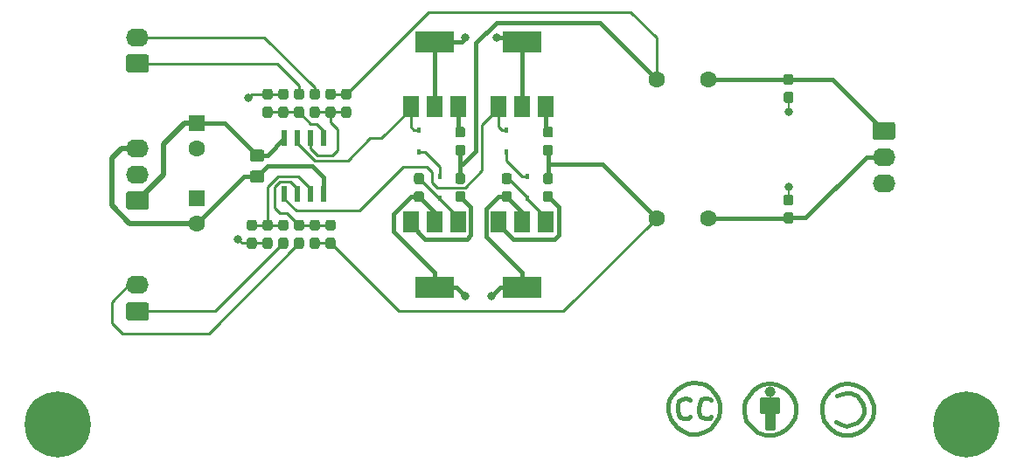
<source format=gbr>
G04 #@! TF.GenerationSoftware,KiCad,Pcbnew,5.1.4*
G04 #@! TF.CreationDate,2019-10-13T19:14:40-04:00*
G04 #@! TF.ProjectId,headphone_amp,68656164-7068-46f6-9e65-5f616d702e6b,1*
G04 #@! TF.SameCoordinates,Original*
G04 #@! TF.FileFunction,Copper,L1,Top*
G04 #@! TF.FilePolarity,Positive*
%FSLAX46Y46*%
G04 Gerber Fmt 4.6, Leading zero omitted, Abs format (unit mm)*
G04 Created by KiCad (PCBNEW 5.1.4) date 2019-10-13 19:14:40*
%MOMM*%
%LPD*%
G04 APERTURE LIST*
%ADD10C,0.381000*%
%ADD11O,2.200000X1.740000*%
%ADD12C,0.100000*%
%ADD13C,1.740000*%
%ADD14C,6.400000*%
%ADD15C,1.600000*%
%ADD16C,0.950000*%
%ADD17R,1.500000X2.000000*%
%ADD18R,3.800000X2.000000*%
%ADD19R,1.600000X1.600000*%
%ADD20R,0.450000X0.600000*%
%ADD21R,0.600000X1.550000*%
%ADD22C,1.150000*%
%ADD23C,0.800000*%
%ADD24C,0.254000*%
%ADD25C,0.406400*%
%ADD26C,0.203200*%
%ADD27C,0.508000*%
G04 APERTURE END LIST*
D10*
X175599440Y-140099700D02*
X175000000Y-140000640D01*
X176000760Y-140198760D02*
X175599440Y-140099700D01*
X176501140Y-140501020D02*
X176000760Y-140198760D01*
X176998980Y-140998860D02*
X176501140Y-140501020D01*
X177301240Y-141499240D02*
X176998980Y-140998860D01*
X177499360Y-142101220D02*
X177301240Y-141499240D01*
X177499360Y-142700660D02*
X177499360Y-142101220D01*
X177400300Y-143300100D02*
X177499360Y-142700660D01*
X176998980Y-144001140D02*
X177400300Y-143300100D01*
X176501140Y-144498980D02*
X176998980Y-144001140D01*
X175899160Y-144801240D02*
X176501140Y-144498980D01*
X175299720Y-144999360D02*
X175899160Y-144801240D01*
X174499620Y-144999360D02*
X175299720Y-144999360D01*
X173801120Y-144699640D02*
X174499620Y-144999360D01*
X173300740Y-144300860D02*
X173801120Y-144699640D01*
X172698760Y-143599820D02*
X173300740Y-144300860D01*
X172500640Y-142799720D02*
X172698760Y-143599820D01*
X172500640Y-142200280D02*
X172500640Y-142799720D01*
X172599700Y-141699900D02*
X172500640Y-142200280D01*
X172800360Y-141301120D02*
X172599700Y-141699900D01*
X173300740Y-140699140D02*
X172800360Y-141301120D01*
X173801120Y-140300360D02*
X173300740Y-140699140D01*
X174298960Y-140099700D02*
X173801120Y-140300360D01*
X174900940Y-140000640D02*
X174298960Y-140099700D01*
X175000000Y-140000640D02*
X174900940Y-140000640D01*
X175315666Y-140800740D02*
G75*
G03X175315666Y-140800740I-315666J0D01*
G01*
X174199900Y-142700660D02*
X174199900Y-141499240D01*
X175701040Y-142700660D02*
X174199900Y-142700660D01*
X175701040Y-141499240D02*
X175701040Y-142700660D01*
X174199900Y-141499240D02*
X175701040Y-141499240D01*
X174700280Y-144300860D02*
X175200660Y-144300860D01*
X174700280Y-142799720D02*
X174700280Y-144300860D01*
X175299720Y-144300860D02*
X175299720Y-142700660D01*
X175099060Y-144300860D02*
X175299720Y-144300860D01*
X175000000Y-142799720D02*
X175000000Y-144100200D01*
X174199900Y-142400940D02*
X175500380Y-142400940D01*
X175500380Y-142101220D02*
X174298960Y-142101220D01*
X174298960Y-141798960D02*
X175599440Y-141798960D01*
X175000000Y-140600080D02*
X175000000Y-140998860D01*
X183099440Y-140099700D02*
X182500000Y-140000640D01*
X183500760Y-140198760D02*
X183099440Y-140099700D01*
X184001140Y-140501020D02*
X183500760Y-140198760D01*
X184498980Y-140998860D02*
X184001140Y-140501020D01*
X184801240Y-141499240D02*
X184498980Y-140998860D01*
X184999360Y-142101220D02*
X184801240Y-141499240D01*
X184999360Y-142700660D02*
X184999360Y-142101220D01*
X184900300Y-143300100D02*
X184999360Y-142700660D01*
X184498980Y-144001140D02*
X184900300Y-143300100D01*
X184001140Y-144498980D02*
X184498980Y-144001140D01*
X183399160Y-144801240D02*
X184001140Y-144498980D01*
X182799720Y-144999360D02*
X183399160Y-144801240D01*
X181999620Y-144999360D02*
X182799720Y-144999360D01*
X181301120Y-144699640D02*
X181999620Y-144999360D01*
X180800740Y-144300860D02*
X181301120Y-144699640D01*
X180198760Y-143599820D02*
X180800740Y-144300860D01*
X180000640Y-142799720D02*
X180198760Y-143599820D01*
X180000640Y-142200280D02*
X180000640Y-142799720D01*
X180099700Y-141699900D02*
X180000640Y-142200280D01*
X180300360Y-141301120D02*
X180099700Y-141699900D01*
X180800740Y-140699140D02*
X180300360Y-141301120D01*
X181301120Y-140300360D02*
X180800740Y-140699140D01*
X181798960Y-140099700D02*
X181301120Y-140300360D01*
X182400940Y-140000640D02*
X181798960Y-140099700D01*
X182500000Y-140000640D02*
X182400940Y-140000640D01*
X181999620Y-140998860D02*
X181499240Y-141199520D01*
X182400940Y-140899800D02*
X181999620Y-140998860D01*
X182799720Y-140899800D02*
X182400940Y-140899800D01*
X183399160Y-141199520D02*
X182799720Y-140899800D01*
X183698880Y-141499240D02*
X183399160Y-141199520D01*
X184001140Y-141999620D02*
X183698880Y-141499240D01*
X184100200Y-142500000D02*
X184001140Y-141999620D01*
X184100200Y-142898780D02*
X184100200Y-142500000D01*
X183800480Y-143399160D02*
X184100200Y-142898780D01*
X183399160Y-143800480D02*
X183800480Y-143399160D01*
X182898780Y-144001140D02*
X183399160Y-143800480D01*
X182400940Y-144100200D02*
X182898780Y-144001140D01*
X181900560Y-144001140D02*
X182400940Y-144100200D01*
X181400180Y-143698880D02*
X181900560Y-144001140D01*
X168249440Y-139999700D02*
X167650000Y-139900640D01*
X168650760Y-140098760D02*
X168249440Y-139999700D01*
X169151140Y-140401020D02*
X168650760Y-140098760D01*
X169648980Y-140898860D02*
X169151140Y-140401020D01*
X169951240Y-141399240D02*
X169648980Y-140898860D01*
X170149360Y-142001220D02*
X169951240Y-141399240D01*
X170149360Y-142600660D02*
X170149360Y-142001220D01*
X170050300Y-143200100D02*
X170149360Y-142600660D01*
X169648980Y-143901140D02*
X170050300Y-143200100D01*
X169151140Y-144398980D02*
X169648980Y-143901140D01*
X168549160Y-144701240D02*
X169151140Y-144398980D01*
X167949720Y-144899360D02*
X168549160Y-144701240D01*
X167149620Y-144899360D02*
X167949720Y-144899360D01*
X166451120Y-144599640D02*
X167149620Y-144899360D01*
X165950740Y-144200860D02*
X166451120Y-144599640D01*
X165348760Y-143499820D02*
X165950740Y-144200860D01*
X165150640Y-142699720D02*
X165348760Y-143499820D01*
X165150640Y-142100280D02*
X165150640Y-142699720D01*
X165249700Y-141599900D02*
X165150640Y-142100280D01*
X165450360Y-141201120D02*
X165249700Y-141599900D01*
X165950740Y-140599140D02*
X165450360Y-141201120D01*
X166451120Y-140200360D02*
X165950740Y-140599140D01*
X166948960Y-139999700D02*
X166451120Y-140200360D01*
X167550940Y-139900640D02*
X166948960Y-139999700D01*
X167650000Y-139900640D02*
X167550940Y-139900640D01*
X167050560Y-143400760D02*
X167251220Y-143200100D01*
X166649240Y-143400760D02*
X167050560Y-143400760D01*
X166349520Y-143299160D02*
X166649240Y-143400760D01*
X166148860Y-142999440D02*
X166349520Y-143299160D01*
X166049800Y-142499060D02*
X166148860Y-142999440D01*
X166049800Y-142100280D02*
X166049800Y-142499060D01*
X166148860Y-141698960D02*
X166049800Y-142100280D01*
X166451120Y-141500840D02*
X166148860Y-141698960D01*
X166849900Y-141399240D02*
X166451120Y-141500840D01*
X167149620Y-141500840D02*
X166849900Y-141399240D01*
X167251220Y-141599900D02*
X167149620Y-141500840D01*
X169151140Y-143400760D02*
X169250200Y-143200100D01*
X168848880Y-143400760D02*
X169151140Y-143400760D01*
X168650760Y-143400760D02*
X168848880Y-143400760D01*
X168249440Y-143200100D02*
X168650760Y-143400760D01*
X168048780Y-142798780D02*
X168249440Y-143200100D01*
X168048780Y-142400000D02*
X168048780Y-142798780D01*
X168150380Y-141899620D02*
X168048780Y-142400000D01*
X168351040Y-141500840D02*
X168150380Y-141899620D01*
X168650760Y-141399240D02*
X168351040Y-141500840D01*
X168950480Y-141399240D02*
X168650760Y-141399240D01*
X169151140Y-141500840D02*
X168950480Y-141399240D01*
X169250200Y-141599900D02*
X169151140Y-141500840D01*
D11*
X113750000Y-106420000D03*
D12*
G36*
X114624505Y-108091204D02*
G01*
X114648773Y-108094804D01*
X114672572Y-108100765D01*
X114695671Y-108109030D01*
X114717850Y-108119520D01*
X114738893Y-108132132D01*
X114758599Y-108146747D01*
X114776777Y-108163223D01*
X114793253Y-108181401D01*
X114807868Y-108201107D01*
X114820480Y-108222150D01*
X114830970Y-108244329D01*
X114839235Y-108267428D01*
X114845196Y-108291227D01*
X114848796Y-108315495D01*
X114850000Y-108339999D01*
X114850000Y-109580001D01*
X114848796Y-109604505D01*
X114845196Y-109628773D01*
X114839235Y-109652572D01*
X114830970Y-109675671D01*
X114820480Y-109697850D01*
X114807868Y-109718893D01*
X114793253Y-109738599D01*
X114776777Y-109756777D01*
X114758599Y-109773253D01*
X114738893Y-109787868D01*
X114717850Y-109800480D01*
X114695671Y-109810970D01*
X114672572Y-109819235D01*
X114648773Y-109825196D01*
X114624505Y-109828796D01*
X114600001Y-109830000D01*
X112899999Y-109830000D01*
X112875495Y-109828796D01*
X112851227Y-109825196D01*
X112827428Y-109819235D01*
X112804329Y-109810970D01*
X112782150Y-109800480D01*
X112761107Y-109787868D01*
X112741401Y-109773253D01*
X112723223Y-109756777D01*
X112706747Y-109738599D01*
X112692132Y-109718893D01*
X112679520Y-109697850D01*
X112669030Y-109675671D01*
X112660765Y-109652572D01*
X112654804Y-109628773D01*
X112651204Y-109604505D01*
X112650000Y-109580001D01*
X112650000Y-108339999D01*
X112651204Y-108315495D01*
X112654804Y-108291227D01*
X112660765Y-108267428D01*
X112669030Y-108244329D01*
X112679520Y-108222150D01*
X112692132Y-108201107D01*
X112706747Y-108181401D01*
X112723223Y-108163223D01*
X112741401Y-108146747D01*
X112761107Y-108132132D01*
X112782150Y-108119520D01*
X112804329Y-108109030D01*
X112827428Y-108100765D01*
X112851227Y-108094804D01*
X112875495Y-108091204D01*
X112899999Y-108090000D01*
X114600001Y-108090000D01*
X114624505Y-108091204D01*
X114624505Y-108091204D01*
G37*
D13*
X113750000Y-108960000D03*
D14*
X194000000Y-144000000D03*
X106000000Y-144000000D03*
D15*
X164000000Y-124000000D03*
X169000000Y-124000000D03*
X164000000Y-110500000D03*
X169000000Y-110500000D03*
D12*
G36*
X177044779Y-121664144D02*
G01*
X177067834Y-121667563D01*
X177090443Y-121673227D01*
X177112387Y-121681079D01*
X177133457Y-121691044D01*
X177153448Y-121703026D01*
X177172168Y-121716910D01*
X177189438Y-121732562D01*
X177205090Y-121749832D01*
X177218974Y-121768552D01*
X177230956Y-121788543D01*
X177240921Y-121809613D01*
X177248773Y-121831557D01*
X177254437Y-121854166D01*
X177257856Y-121877221D01*
X177259000Y-121900500D01*
X177259000Y-122475500D01*
X177257856Y-122498779D01*
X177254437Y-122521834D01*
X177248773Y-122544443D01*
X177240921Y-122566387D01*
X177230956Y-122587457D01*
X177218974Y-122607448D01*
X177205090Y-122626168D01*
X177189438Y-122643438D01*
X177172168Y-122659090D01*
X177153448Y-122672974D01*
X177133457Y-122684956D01*
X177112387Y-122694921D01*
X177090443Y-122702773D01*
X177067834Y-122708437D01*
X177044779Y-122711856D01*
X177021500Y-122713000D01*
X176546500Y-122713000D01*
X176523221Y-122711856D01*
X176500166Y-122708437D01*
X176477557Y-122702773D01*
X176455613Y-122694921D01*
X176434543Y-122684956D01*
X176414552Y-122672974D01*
X176395832Y-122659090D01*
X176378562Y-122643438D01*
X176362910Y-122626168D01*
X176349026Y-122607448D01*
X176337044Y-122587457D01*
X176327079Y-122566387D01*
X176319227Y-122544443D01*
X176313563Y-122521834D01*
X176310144Y-122498779D01*
X176309000Y-122475500D01*
X176309000Y-121900500D01*
X176310144Y-121877221D01*
X176313563Y-121854166D01*
X176319227Y-121831557D01*
X176327079Y-121809613D01*
X176337044Y-121788543D01*
X176349026Y-121768552D01*
X176362910Y-121749832D01*
X176378562Y-121732562D01*
X176395832Y-121716910D01*
X176414552Y-121703026D01*
X176434543Y-121691044D01*
X176455613Y-121681079D01*
X176477557Y-121673227D01*
X176500166Y-121667563D01*
X176523221Y-121664144D01*
X176546500Y-121663000D01*
X177021500Y-121663000D01*
X177044779Y-121664144D01*
X177044779Y-121664144D01*
G37*
D16*
X176784000Y-122188000D03*
D12*
G36*
X177044779Y-123414144D02*
G01*
X177067834Y-123417563D01*
X177090443Y-123423227D01*
X177112387Y-123431079D01*
X177133457Y-123441044D01*
X177153448Y-123453026D01*
X177172168Y-123466910D01*
X177189438Y-123482562D01*
X177205090Y-123499832D01*
X177218974Y-123518552D01*
X177230956Y-123538543D01*
X177240921Y-123559613D01*
X177248773Y-123581557D01*
X177254437Y-123604166D01*
X177257856Y-123627221D01*
X177259000Y-123650500D01*
X177259000Y-124225500D01*
X177257856Y-124248779D01*
X177254437Y-124271834D01*
X177248773Y-124294443D01*
X177240921Y-124316387D01*
X177230956Y-124337457D01*
X177218974Y-124357448D01*
X177205090Y-124376168D01*
X177189438Y-124393438D01*
X177172168Y-124409090D01*
X177153448Y-124422974D01*
X177133457Y-124434956D01*
X177112387Y-124444921D01*
X177090443Y-124452773D01*
X177067834Y-124458437D01*
X177044779Y-124461856D01*
X177021500Y-124463000D01*
X176546500Y-124463000D01*
X176523221Y-124461856D01*
X176500166Y-124458437D01*
X176477557Y-124452773D01*
X176455613Y-124444921D01*
X176434543Y-124434956D01*
X176414552Y-124422974D01*
X176395832Y-124409090D01*
X176378562Y-124393438D01*
X176362910Y-124376168D01*
X176349026Y-124357448D01*
X176337044Y-124337457D01*
X176327079Y-124316387D01*
X176319227Y-124294443D01*
X176313563Y-124271834D01*
X176310144Y-124248779D01*
X176309000Y-124225500D01*
X176309000Y-123650500D01*
X176310144Y-123627221D01*
X176313563Y-123604166D01*
X176319227Y-123581557D01*
X176327079Y-123559613D01*
X176337044Y-123538543D01*
X176349026Y-123518552D01*
X176362910Y-123499832D01*
X176378562Y-123482562D01*
X176395832Y-123466910D01*
X176414552Y-123453026D01*
X176434543Y-123441044D01*
X176455613Y-123431079D01*
X176477557Y-123423227D01*
X176500166Y-123417563D01*
X176523221Y-123414144D01*
X176546500Y-123413000D01*
X177021500Y-123413000D01*
X177044779Y-123414144D01*
X177044779Y-123414144D01*
G37*
D16*
X176784000Y-123938000D03*
D12*
G36*
X177044779Y-111730144D02*
G01*
X177067834Y-111733563D01*
X177090443Y-111739227D01*
X177112387Y-111747079D01*
X177133457Y-111757044D01*
X177153448Y-111769026D01*
X177172168Y-111782910D01*
X177189438Y-111798562D01*
X177205090Y-111815832D01*
X177218974Y-111834552D01*
X177230956Y-111854543D01*
X177240921Y-111875613D01*
X177248773Y-111897557D01*
X177254437Y-111920166D01*
X177257856Y-111943221D01*
X177259000Y-111966500D01*
X177259000Y-112541500D01*
X177257856Y-112564779D01*
X177254437Y-112587834D01*
X177248773Y-112610443D01*
X177240921Y-112632387D01*
X177230956Y-112653457D01*
X177218974Y-112673448D01*
X177205090Y-112692168D01*
X177189438Y-112709438D01*
X177172168Y-112725090D01*
X177153448Y-112738974D01*
X177133457Y-112750956D01*
X177112387Y-112760921D01*
X177090443Y-112768773D01*
X177067834Y-112774437D01*
X177044779Y-112777856D01*
X177021500Y-112779000D01*
X176546500Y-112779000D01*
X176523221Y-112777856D01*
X176500166Y-112774437D01*
X176477557Y-112768773D01*
X176455613Y-112760921D01*
X176434543Y-112750956D01*
X176414552Y-112738974D01*
X176395832Y-112725090D01*
X176378562Y-112709438D01*
X176362910Y-112692168D01*
X176349026Y-112673448D01*
X176337044Y-112653457D01*
X176327079Y-112632387D01*
X176319227Y-112610443D01*
X176313563Y-112587834D01*
X176310144Y-112564779D01*
X176309000Y-112541500D01*
X176309000Y-111966500D01*
X176310144Y-111943221D01*
X176313563Y-111920166D01*
X176319227Y-111897557D01*
X176327079Y-111875613D01*
X176337044Y-111854543D01*
X176349026Y-111834552D01*
X176362910Y-111815832D01*
X176378562Y-111798562D01*
X176395832Y-111782910D01*
X176414552Y-111769026D01*
X176434543Y-111757044D01*
X176455613Y-111747079D01*
X176477557Y-111739227D01*
X176500166Y-111733563D01*
X176523221Y-111730144D01*
X176546500Y-111729000D01*
X177021500Y-111729000D01*
X177044779Y-111730144D01*
X177044779Y-111730144D01*
G37*
D16*
X176784000Y-112254000D03*
D12*
G36*
X177044779Y-109980144D02*
G01*
X177067834Y-109983563D01*
X177090443Y-109989227D01*
X177112387Y-109997079D01*
X177133457Y-110007044D01*
X177153448Y-110019026D01*
X177172168Y-110032910D01*
X177189438Y-110048562D01*
X177205090Y-110065832D01*
X177218974Y-110084552D01*
X177230956Y-110104543D01*
X177240921Y-110125613D01*
X177248773Y-110147557D01*
X177254437Y-110170166D01*
X177257856Y-110193221D01*
X177259000Y-110216500D01*
X177259000Y-110791500D01*
X177257856Y-110814779D01*
X177254437Y-110837834D01*
X177248773Y-110860443D01*
X177240921Y-110882387D01*
X177230956Y-110903457D01*
X177218974Y-110923448D01*
X177205090Y-110942168D01*
X177189438Y-110959438D01*
X177172168Y-110975090D01*
X177153448Y-110988974D01*
X177133457Y-111000956D01*
X177112387Y-111010921D01*
X177090443Y-111018773D01*
X177067834Y-111024437D01*
X177044779Y-111027856D01*
X177021500Y-111029000D01*
X176546500Y-111029000D01*
X176523221Y-111027856D01*
X176500166Y-111024437D01*
X176477557Y-111018773D01*
X176455613Y-111010921D01*
X176434543Y-111000956D01*
X176414552Y-110988974D01*
X176395832Y-110975090D01*
X176378562Y-110959438D01*
X176362910Y-110942168D01*
X176349026Y-110923448D01*
X176337044Y-110903457D01*
X176327079Y-110882387D01*
X176319227Y-110860443D01*
X176313563Y-110837834D01*
X176310144Y-110814779D01*
X176309000Y-110791500D01*
X176309000Y-110216500D01*
X176310144Y-110193221D01*
X176313563Y-110170166D01*
X176319227Y-110147557D01*
X176327079Y-110125613D01*
X176337044Y-110104543D01*
X176349026Y-110084552D01*
X176362910Y-110065832D01*
X176378562Y-110048562D01*
X176395832Y-110032910D01*
X176414552Y-110019026D01*
X176434543Y-110007044D01*
X176455613Y-109997079D01*
X176477557Y-109989227D01*
X176500166Y-109983563D01*
X176523221Y-109980144D01*
X176546500Y-109979000D01*
X177021500Y-109979000D01*
X177044779Y-109980144D01*
X177044779Y-109980144D01*
G37*
D16*
X176784000Y-110504000D03*
D17*
X153300000Y-124350000D03*
X148700000Y-124350000D03*
X151000000Y-124350000D03*
D18*
X151000000Y-130650000D03*
D15*
X119500000Y-117250000D03*
D19*
X119500000Y-114750000D03*
D20*
X149500000Y-115450000D03*
X149500000Y-117550000D03*
D17*
X148700000Y-113150000D03*
X153300000Y-113150000D03*
X151000000Y-113150000D03*
D18*
X151000000Y-106850000D03*
D17*
X144800000Y-124350000D03*
X140200000Y-124350000D03*
X142500000Y-124350000D03*
D18*
X142500000Y-130650000D03*
D17*
X140200000Y-113150000D03*
X144800000Y-113150000D03*
X142500000Y-113150000D03*
D18*
X142500000Y-106850000D03*
D11*
X113750000Y-117170000D03*
X113750000Y-119710000D03*
D12*
G36*
X114624505Y-121381204D02*
G01*
X114648773Y-121384804D01*
X114672572Y-121390765D01*
X114695671Y-121399030D01*
X114717850Y-121409520D01*
X114738893Y-121422132D01*
X114758599Y-121436747D01*
X114776777Y-121453223D01*
X114793253Y-121471401D01*
X114807868Y-121491107D01*
X114820480Y-121512150D01*
X114830970Y-121534329D01*
X114839235Y-121557428D01*
X114845196Y-121581227D01*
X114848796Y-121605495D01*
X114850000Y-121629999D01*
X114850000Y-122870001D01*
X114848796Y-122894505D01*
X114845196Y-122918773D01*
X114839235Y-122942572D01*
X114830970Y-122965671D01*
X114820480Y-122987850D01*
X114807868Y-123008893D01*
X114793253Y-123028599D01*
X114776777Y-123046777D01*
X114758599Y-123063253D01*
X114738893Y-123077868D01*
X114717850Y-123090480D01*
X114695671Y-123100970D01*
X114672572Y-123109235D01*
X114648773Y-123115196D01*
X114624505Y-123118796D01*
X114600001Y-123120000D01*
X112899999Y-123120000D01*
X112875495Y-123118796D01*
X112851227Y-123115196D01*
X112827428Y-123109235D01*
X112804329Y-123100970D01*
X112782150Y-123090480D01*
X112761107Y-123077868D01*
X112741401Y-123063253D01*
X112723223Y-123046777D01*
X112706747Y-123028599D01*
X112692132Y-123008893D01*
X112679520Y-122987850D01*
X112669030Y-122965671D01*
X112660765Y-122942572D01*
X112654804Y-122918773D01*
X112651204Y-122894505D01*
X112650000Y-122870001D01*
X112650000Y-121629999D01*
X112651204Y-121605495D01*
X112654804Y-121581227D01*
X112660765Y-121557428D01*
X112669030Y-121534329D01*
X112679520Y-121512150D01*
X112692132Y-121491107D01*
X112706747Y-121471401D01*
X112723223Y-121453223D01*
X112741401Y-121436747D01*
X112761107Y-121422132D01*
X112782150Y-121409520D01*
X112804329Y-121399030D01*
X112827428Y-121390765D01*
X112851227Y-121384804D01*
X112875495Y-121381204D01*
X112899999Y-121380000D01*
X114600001Y-121380000D01*
X114624505Y-121381204D01*
X114624505Y-121381204D01*
G37*
D13*
X113750000Y-122250000D03*
D11*
X186000000Y-120580000D03*
X186000000Y-118040000D03*
D12*
G36*
X186874505Y-114631204D02*
G01*
X186898773Y-114634804D01*
X186922572Y-114640765D01*
X186945671Y-114649030D01*
X186967850Y-114659520D01*
X186988893Y-114672132D01*
X187008599Y-114686747D01*
X187026777Y-114703223D01*
X187043253Y-114721401D01*
X187057868Y-114741107D01*
X187070480Y-114762150D01*
X187080970Y-114784329D01*
X187089235Y-114807428D01*
X187095196Y-114831227D01*
X187098796Y-114855495D01*
X187100000Y-114879999D01*
X187100000Y-116120001D01*
X187098796Y-116144505D01*
X187095196Y-116168773D01*
X187089235Y-116192572D01*
X187080970Y-116215671D01*
X187070480Y-116237850D01*
X187057868Y-116258893D01*
X187043253Y-116278599D01*
X187026777Y-116296777D01*
X187008599Y-116313253D01*
X186988893Y-116327868D01*
X186967850Y-116340480D01*
X186945671Y-116350970D01*
X186922572Y-116359235D01*
X186898773Y-116365196D01*
X186874505Y-116368796D01*
X186850001Y-116370000D01*
X185149999Y-116370000D01*
X185125495Y-116368796D01*
X185101227Y-116365196D01*
X185077428Y-116359235D01*
X185054329Y-116350970D01*
X185032150Y-116340480D01*
X185011107Y-116327868D01*
X184991401Y-116313253D01*
X184973223Y-116296777D01*
X184956747Y-116278599D01*
X184942132Y-116258893D01*
X184929520Y-116237850D01*
X184919030Y-116215671D01*
X184910765Y-116192572D01*
X184904804Y-116168773D01*
X184901204Y-116144505D01*
X184900000Y-116120001D01*
X184900000Y-114879999D01*
X184901204Y-114855495D01*
X184904804Y-114831227D01*
X184910765Y-114807428D01*
X184919030Y-114784329D01*
X184929520Y-114762150D01*
X184942132Y-114741107D01*
X184956747Y-114721401D01*
X184973223Y-114703223D01*
X184991401Y-114686747D01*
X185011107Y-114672132D01*
X185032150Y-114659520D01*
X185054329Y-114649030D01*
X185077428Y-114640765D01*
X185101227Y-114634804D01*
X185125495Y-114631204D01*
X185149999Y-114630000D01*
X186850001Y-114630000D01*
X186874505Y-114631204D01*
X186874505Y-114631204D01*
G37*
D13*
X186000000Y-115500000D03*
D11*
X113750000Y-130460000D03*
D12*
G36*
X114624505Y-132131204D02*
G01*
X114648773Y-132134804D01*
X114672572Y-132140765D01*
X114695671Y-132149030D01*
X114717850Y-132159520D01*
X114738893Y-132172132D01*
X114758599Y-132186747D01*
X114776777Y-132203223D01*
X114793253Y-132221401D01*
X114807868Y-132241107D01*
X114820480Y-132262150D01*
X114830970Y-132284329D01*
X114839235Y-132307428D01*
X114845196Y-132331227D01*
X114848796Y-132355495D01*
X114850000Y-132379999D01*
X114850000Y-133620001D01*
X114848796Y-133644505D01*
X114845196Y-133668773D01*
X114839235Y-133692572D01*
X114830970Y-133715671D01*
X114820480Y-133737850D01*
X114807868Y-133758893D01*
X114793253Y-133778599D01*
X114776777Y-133796777D01*
X114758599Y-133813253D01*
X114738893Y-133827868D01*
X114717850Y-133840480D01*
X114695671Y-133850970D01*
X114672572Y-133859235D01*
X114648773Y-133865196D01*
X114624505Y-133868796D01*
X114600001Y-133870000D01*
X112899999Y-133870000D01*
X112875495Y-133868796D01*
X112851227Y-133865196D01*
X112827428Y-133859235D01*
X112804329Y-133850970D01*
X112782150Y-133840480D01*
X112761107Y-133827868D01*
X112741401Y-133813253D01*
X112723223Y-133796777D01*
X112706747Y-133778599D01*
X112692132Y-133758893D01*
X112679520Y-133737850D01*
X112669030Y-133715671D01*
X112660765Y-133692572D01*
X112654804Y-133668773D01*
X112651204Y-133644505D01*
X112650000Y-133620001D01*
X112650000Y-132379999D01*
X112651204Y-132355495D01*
X112654804Y-132331227D01*
X112660765Y-132307428D01*
X112669030Y-132284329D01*
X112679520Y-132262150D01*
X112692132Y-132241107D01*
X112706747Y-132221401D01*
X112723223Y-132203223D01*
X112741401Y-132186747D01*
X112761107Y-132172132D01*
X112782150Y-132159520D01*
X112804329Y-132149030D01*
X112827428Y-132140765D01*
X112851227Y-132134804D01*
X112875495Y-132131204D01*
X112899999Y-132130000D01*
X114600001Y-132130000D01*
X114624505Y-132131204D01*
X114624505Y-132131204D01*
G37*
D13*
X113750000Y-133000000D03*
D21*
X127991000Y-116212000D03*
X129261000Y-116212000D03*
X130531000Y-116212000D03*
X131801000Y-116212000D03*
X131801000Y-121612000D03*
X130531000Y-121612000D03*
X129261000Y-121612000D03*
X127991000Y-121612000D03*
D12*
G36*
X153760779Y-121351144D02*
G01*
X153783834Y-121354563D01*
X153806443Y-121360227D01*
X153828387Y-121368079D01*
X153849457Y-121378044D01*
X153869448Y-121390026D01*
X153888168Y-121403910D01*
X153905438Y-121419562D01*
X153921090Y-121436832D01*
X153934974Y-121455552D01*
X153946956Y-121475543D01*
X153956921Y-121496613D01*
X153964773Y-121518557D01*
X153970437Y-121541166D01*
X153973856Y-121564221D01*
X153975000Y-121587500D01*
X153975000Y-122162500D01*
X153973856Y-122185779D01*
X153970437Y-122208834D01*
X153964773Y-122231443D01*
X153956921Y-122253387D01*
X153946956Y-122274457D01*
X153934974Y-122294448D01*
X153921090Y-122313168D01*
X153905438Y-122330438D01*
X153888168Y-122346090D01*
X153869448Y-122359974D01*
X153849457Y-122371956D01*
X153828387Y-122381921D01*
X153806443Y-122389773D01*
X153783834Y-122395437D01*
X153760779Y-122398856D01*
X153737500Y-122400000D01*
X153262500Y-122400000D01*
X153239221Y-122398856D01*
X153216166Y-122395437D01*
X153193557Y-122389773D01*
X153171613Y-122381921D01*
X153150543Y-122371956D01*
X153130552Y-122359974D01*
X153111832Y-122346090D01*
X153094562Y-122330438D01*
X153078910Y-122313168D01*
X153065026Y-122294448D01*
X153053044Y-122274457D01*
X153043079Y-122253387D01*
X153035227Y-122231443D01*
X153029563Y-122208834D01*
X153026144Y-122185779D01*
X153025000Y-122162500D01*
X153025000Y-121587500D01*
X153026144Y-121564221D01*
X153029563Y-121541166D01*
X153035227Y-121518557D01*
X153043079Y-121496613D01*
X153053044Y-121475543D01*
X153065026Y-121455552D01*
X153078910Y-121436832D01*
X153094562Y-121419562D01*
X153111832Y-121403910D01*
X153130552Y-121390026D01*
X153150543Y-121378044D01*
X153171613Y-121368079D01*
X153193557Y-121360227D01*
X153216166Y-121354563D01*
X153239221Y-121351144D01*
X153262500Y-121350000D01*
X153737500Y-121350000D01*
X153760779Y-121351144D01*
X153760779Y-121351144D01*
G37*
D16*
X153500000Y-121875000D03*
D12*
G36*
X153760779Y-119601144D02*
G01*
X153783834Y-119604563D01*
X153806443Y-119610227D01*
X153828387Y-119618079D01*
X153849457Y-119628044D01*
X153869448Y-119640026D01*
X153888168Y-119653910D01*
X153905438Y-119669562D01*
X153921090Y-119686832D01*
X153934974Y-119705552D01*
X153946956Y-119725543D01*
X153956921Y-119746613D01*
X153964773Y-119768557D01*
X153970437Y-119791166D01*
X153973856Y-119814221D01*
X153975000Y-119837500D01*
X153975000Y-120412500D01*
X153973856Y-120435779D01*
X153970437Y-120458834D01*
X153964773Y-120481443D01*
X153956921Y-120503387D01*
X153946956Y-120524457D01*
X153934974Y-120544448D01*
X153921090Y-120563168D01*
X153905438Y-120580438D01*
X153888168Y-120596090D01*
X153869448Y-120609974D01*
X153849457Y-120621956D01*
X153828387Y-120631921D01*
X153806443Y-120639773D01*
X153783834Y-120645437D01*
X153760779Y-120648856D01*
X153737500Y-120650000D01*
X153262500Y-120650000D01*
X153239221Y-120648856D01*
X153216166Y-120645437D01*
X153193557Y-120639773D01*
X153171613Y-120631921D01*
X153150543Y-120621956D01*
X153130552Y-120609974D01*
X153111832Y-120596090D01*
X153094562Y-120580438D01*
X153078910Y-120563168D01*
X153065026Y-120544448D01*
X153053044Y-120524457D01*
X153043079Y-120503387D01*
X153035227Y-120481443D01*
X153029563Y-120458834D01*
X153026144Y-120435779D01*
X153025000Y-120412500D01*
X153025000Y-119837500D01*
X153026144Y-119814221D01*
X153029563Y-119791166D01*
X153035227Y-119768557D01*
X153043079Y-119746613D01*
X153053044Y-119725543D01*
X153065026Y-119705552D01*
X153078910Y-119686832D01*
X153094562Y-119669562D01*
X153111832Y-119653910D01*
X153130552Y-119640026D01*
X153150543Y-119628044D01*
X153171613Y-119618079D01*
X153193557Y-119610227D01*
X153216166Y-119604563D01*
X153239221Y-119601144D01*
X153262500Y-119600000D01*
X153737500Y-119600000D01*
X153760779Y-119601144D01*
X153760779Y-119601144D01*
G37*
D16*
X153500000Y-120125000D03*
D12*
G36*
X153760779Y-116851144D02*
G01*
X153783834Y-116854563D01*
X153806443Y-116860227D01*
X153828387Y-116868079D01*
X153849457Y-116878044D01*
X153869448Y-116890026D01*
X153888168Y-116903910D01*
X153905438Y-116919562D01*
X153921090Y-116936832D01*
X153934974Y-116955552D01*
X153946956Y-116975543D01*
X153956921Y-116996613D01*
X153964773Y-117018557D01*
X153970437Y-117041166D01*
X153973856Y-117064221D01*
X153975000Y-117087500D01*
X153975000Y-117662500D01*
X153973856Y-117685779D01*
X153970437Y-117708834D01*
X153964773Y-117731443D01*
X153956921Y-117753387D01*
X153946956Y-117774457D01*
X153934974Y-117794448D01*
X153921090Y-117813168D01*
X153905438Y-117830438D01*
X153888168Y-117846090D01*
X153869448Y-117859974D01*
X153849457Y-117871956D01*
X153828387Y-117881921D01*
X153806443Y-117889773D01*
X153783834Y-117895437D01*
X153760779Y-117898856D01*
X153737500Y-117900000D01*
X153262500Y-117900000D01*
X153239221Y-117898856D01*
X153216166Y-117895437D01*
X153193557Y-117889773D01*
X153171613Y-117881921D01*
X153150543Y-117871956D01*
X153130552Y-117859974D01*
X153111832Y-117846090D01*
X153094562Y-117830438D01*
X153078910Y-117813168D01*
X153065026Y-117794448D01*
X153053044Y-117774457D01*
X153043079Y-117753387D01*
X153035227Y-117731443D01*
X153029563Y-117708834D01*
X153026144Y-117685779D01*
X153025000Y-117662500D01*
X153025000Y-117087500D01*
X153026144Y-117064221D01*
X153029563Y-117041166D01*
X153035227Y-117018557D01*
X153043079Y-116996613D01*
X153053044Y-116975543D01*
X153065026Y-116955552D01*
X153078910Y-116936832D01*
X153094562Y-116919562D01*
X153111832Y-116903910D01*
X153130552Y-116890026D01*
X153150543Y-116878044D01*
X153171613Y-116868079D01*
X153193557Y-116860227D01*
X153216166Y-116854563D01*
X153239221Y-116851144D01*
X153262500Y-116850000D01*
X153737500Y-116850000D01*
X153760779Y-116851144D01*
X153760779Y-116851144D01*
G37*
D16*
X153500000Y-117375000D03*
D12*
G36*
X153760779Y-115101144D02*
G01*
X153783834Y-115104563D01*
X153806443Y-115110227D01*
X153828387Y-115118079D01*
X153849457Y-115128044D01*
X153869448Y-115140026D01*
X153888168Y-115153910D01*
X153905438Y-115169562D01*
X153921090Y-115186832D01*
X153934974Y-115205552D01*
X153946956Y-115225543D01*
X153956921Y-115246613D01*
X153964773Y-115268557D01*
X153970437Y-115291166D01*
X153973856Y-115314221D01*
X153975000Y-115337500D01*
X153975000Y-115912500D01*
X153973856Y-115935779D01*
X153970437Y-115958834D01*
X153964773Y-115981443D01*
X153956921Y-116003387D01*
X153946956Y-116024457D01*
X153934974Y-116044448D01*
X153921090Y-116063168D01*
X153905438Y-116080438D01*
X153888168Y-116096090D01*
X153869448Y-116109974D01*
X153849457Y-116121956D01*
X153828387Y-116131921D01*
X153806443Y-116139773D01*
X153783834Y-116145437D01*
X153760779Y-116148856D01*
X153737500Y-116150000D01*
X153262500Y-116150000D01*
X153239221Y-116148856D01*
X153216166Y-116145437D01*
X153193557Y-116139773D01*
X153171613Y-116131921D01*
X153150543Y-116121956D01*
X153130552Y-116109974D01*
X153111832Y-116096090D01*
X153094562Y-116080438D01*
X153078910Y-116063168D01*
X153065026Y-116044448D01*
X153053044Y-116024457D01*
X153043079Y-116003387D01*
X153035227Y-115981443D01*
X153029563Y-115958834D01*
X153026144Y-115935779D01*
X153025000Y-115912500D01*
X153025000Y-115337500D01*
X153026144Y-115314221D01*
X153029563Y-115291166D01*
X153035227Y-115268557D01*
X153043079Y-115246613D01*
X153053044Y-115225543D01*
X153065026Y-115205552D01*
X153078910Y-115186832D01*
X153094562Y-115169562D01*
X153111832Y-115153910D01*
X153130552Y-115140026D01*
X153150543Y-115128044D01*
X153171613Y-115118079D01*
X153193557Y-115110227D01*
X153216166Y-115104563D01*
X153239221Y-115101144D01*
X153262500Y-115100000D01*
X153737500Y-115100000D01*
X153760779Y-115101144D01*
X153760779Y-115101144D01*
G37*
D16*
X153500000Y-115625000D03*
D12*
G36*
X149760779Y-121351144D02*
G01*
X149783834Y-121354563D01*
X149806443Y-121360227D01*
X149828387Y-121368079D01*
X149849457Y-121378044D01*
X149869448Y-121390026D01*
X149888168Y-121403910D01*
X149905438Y-121419562D01*
X149921090Y-121436832D01*
X149934974Y-121455552D01*
X149946956Y-121475543D01*
X149956921Y-121496613D01*
X149964773Y-121518557D01*
X149970437Y-121541166D01*
X149973856Y-121564221D01*
X149975000Y-121587500D01*
X149975000Y-122162500D01*
X149973856Y-122185779D01*
X149970437Y-122208834D01*
X149964773Y-122231443D01*
X149956921Y-122253387D01*
X149946956Y-122274457D01*
X149934974Y-122294448D01*
X149921090Y-122313168D01*
X149905438Y-122330438D01*
X149888168Y-122346090D01*
X149869448Y-122359974D01*
X149849457Y-122371956D01*
X149828387Y-122381921D01*
X149806443Y-122389773D01*
X149783834Y-122395437D01*
X149760779Y-122398856D01*
X149737500Y-122400000D01*
X149262500Y-122400000D01*
X149239221Y-122398856D01*
X149216166Y-122395437D01*
X149193557Y-122389773D01*
X149171613Y-122381921D01*
X149150543Y-122371956D01*
X149130552Y-122359974D01*
X149111832Y-122346090D01*
X149094562Y-122330438D01*
X149078910Y-122313168D01*
X149065026Y-122294448D01*
X149053044Y-122274457D01*
X149043079Y-122253387D01*
X149035227Y-122231443D01*
X149029563Y-122208834D01*
X149026144Y-122185779D01*
X149025000Y-122162500D01*
X149025000Y-121587500D01*
X149026144Y-121564221D01*
X149029563Y-121541166D01*
X149035227Y-121518557D01*
X149043079Y-121496613D01*
X149053044Y-121475543D01*
X149065026Y-121455552D01*
X149078910Y-121436832D01*
X149094562Y-121419562D01*
X149111832Y-121403910D01*
X149130552Y-121390026D01*
X149150543Y-121378044D01*
X149171613Y-121368079D01*
X149193557Y-121360227D01*
X149216166Y-121354563D01*
X149239221Y-121351144D01*
X149262500Y-121350000D01*
X149737500Y-121350000D01*
X149760779Y-121351144D01*
X149760779Y-121351144D01*
G37*
D16*
X149500000Y-121875000D03*
D12*
G36*
X149760779Y-119601144D02*
G01*
X149783834Y-119604563D01*
X149806443Y-119610227D01*
X149828387Y-119618079D01*
X149849457Y-119628044D01*
X149869448Y-119640026D01*
X149888168Y-119653910D01*
X149905438Y-119669562D01*
X149921090Y-119686832D01*
X149934974Y-119705552D01*
X149946956Y-119725543D01*
X149956921Y-119746613D01*
X149964773Y-119768557D01*
X149970437Y-119791166D01*
X149973856Y-119814221D01*
X149975000Y-119837500D01*
X149975000Y-120412500D01*
X149973856Y-120435779D01*
X149970437Y-120458834D01*
X149964773Y-120481443D01*
X149956921Y-120503387D01*
X149946956Y-120524457D01*
X149934974Y-120544448D01*
X149921090Y-120563168D01*
X149905438Y-120580438D01*
X149888168Y-120596090D01*
X149869448Y-120609974D01*
X149849457Y-120621956D01*
X149828387Y-120631921D01*
X149806443Y-120639773D01*
X149783834Y-120645437D01*
X149760779Y-120648856D01*
X149737500Y-120650000D01*
X149262500Y-120650000D01*
X149239221Y-120648856D01*
X149216166Y-120645437D01*
X149193557Y-120639773D01*
X149171613Y-120631921D01*
X149150543Y-120621956D01*
X149130552Y-120609974D01*
X149111832Y-120596090D01*
X149094562Y-120580438D01*
X149078910Y-120563168D01*
X149065026Y-120544448D01*
X149053044Y-120524457D01*
X149043079Y-120503387D01*
X149035227Y-120481443D01*
X149029563Y-120458834D01*
X149026144Y-120435779D01*
X149025000Y-120412500D01*
X149025000Y-119837500D01*
X149026144Y-119814221D01*
X149029563Y-119791166D01*
X149035227Y-119768557D01*
X149043079Y-119746613D01*
X149053044Y-119725543D01*
X149065026Y-119705552D01*
X149078910Y-119686832D01*
X149094562Y-119669562D01*
X149111832Y-119653910D01*
X149130552Y-119640026D01*
X149150543Y-119628044D01*
X149171613Y-119618079D01*
X149193557Y-119610227D01*
X149216166Y-119604563D01*
X149239221Y-119601144D01*
X149262500Y-119600000D01*
X149737500Y-119600000D01*
X149760779Y-119601144D01*
X149760779Y-119601144D01*
G37*
D16*
X149500000Y-120125000D03*
D12*
G36*
X126600779Y-124117144D02*
G01*
X126623834Y-124120563D01*
X126646443Y-124126227D01*
X126668387Y-124134079D01*
X126689457Y-124144044D01*
X126709448Y-124156026D01*
X126728168Y-124169910D01*
X126745438Y-124185562D01*
X126761090Y-124202832D01*
X126774974Y-124221552D01*
X126786956Y-124241543D01*
X126796921Y-124262613D01*
X126804773Y-124284557D01*
X126810437Y-124307166D01*
X126813856Y-124330221D01*
X126815000Y-124353500D01*
X126815000Y-124928500D01*
X126813856Y-124951779D01*
X126810437Y-124974834D01*
X126804773Y-124997443D01*
X126796921Y-125019387D01*
X126786956Y-125040457D01*
X126774974Y-125060448D01*
X126761090Y-125079168D01*
X126745438Y-125096438D01*
X126728168Y-125112090D01*
X126709448Y-125125974D01*
X126689457Y-125137956D01*
X126668387Y-125147921D01*
X126646443Y-125155773D01*
X126623834Y-125161437D01*
X126600779Y-125164856D01*
X126577500Y-125166000D01*
X126102500Y-125166000D01*
X126079221Y-125164856D01*
X126056166Y-125161437D01*
X126033557Y-125155773D01*
X126011613Y-125147921D01*
X125990543Y-125137956D01*
X125970552Y-125125974D01*
X125951832Y-125112090D01*
X125934562Y-125096438D01*
X125918910Y-125079168D01*
X125905026Y-125060448D01*
X125893044Y-125040457D01*
X125883079Y-125019387D01*
X125875227Y-124997443D01*
X125869563Y-124974834D01*
X125866144Y-124951779D01*
X125865000Y-124928500D01*
X125865000Y-124353500D01*
X125866144Y-124330221D01*
X125869563Y-124307166D01*
X125875227Y-124284557D01*
X125883079Y-124262613D01*
X125893044Y-124241543D01*
X125905026Y-124221552D01*
X125918910Y-124202832D01*
X125934562Y-124185562D01*
X125951832Y-124169910D01*
X125970552Y-124156026D01*
X125990543Y-124144044D01*
X126011613Y-124134079D01*
X126033557Y-124126227D01*
X126056166Y-124120563D01*
X126079221Y-124117144D01*
X126102500Y-124116000D01*
X126577500Y-124116000D01*
X126600779Y-124117144D01*
X126600779Y-124117144D01*
G37*
D16*
X126340000Y-124641000D03*
D12*
G36*
X126600779Y-125867144D02*
G01*
X126623834Y-125870563D01*
X126646443Y-125876227D01*
X126668387Y-125884079D01*
X126689457Y-125894044D01*
X126709448Y-125906026D01*
X126728168Y-125919910D01*
X126745438Y-125935562D01*
X126761090Y-125952832D01*
X126774974Y-125971552D01*
X126786956Y-125991543D01*
X126796921Y-126012613D01*
X126804773Y-126034557D01*
X126810437Y-126057166D01*
X126813856Y-126080221D01*
X126815000Y-126103500D01*
X126815000Y-126678500D01*
X126813856Y-126701779D01*
X126810437Y-126724834D01*
X126804773Y-126747443D01*
X126796921Y-126769387D01*
X126786956Y-126790457D01*
X126774974Y-126810448D01*
X126761090Y-126829168D01*
X126745438Y-126846438D01*
X126728168Y-126862090D01*
X126709448Y-126875974D01*
X126689457Y-126887956D01*
X126668387Y-126897921D01*
X126646443Y-126905773D01*
X126623834Y-126911437D01*
X126600779Y-126914856D01*
X126577500Y-126916000D01*
X126102500Y-126916000D01*
X126079221Y-126914856D01*
X126056166Y-126911437D01*
X126033557Y-126905773D01*
X126011613Y-126897921D01*
X125990543Y-126887956D01*
X125970552Y-126875974D01*
X125951832Y-126862090D01*
X125934562Y-126846438D01*
X125918910Y-126829168D01*
X125905026Y-126810448D01*
X125893044Y-126790457D01*
X125883079Y-126769387D01*
X125875227Y-126747443D01*
X125869563Y-126724834D01*
X125866144Y-126701779D01*
X125865000Y-126678500D01*
X125865000Y-126103500D01*
X125866144Y-126080221D01*
X125869563Y-126057166D01*
X125875227Y-126034557D01*
X125883079Y-126012613D01*
X125893044Y-125991543D01*
X125905026Y-125971552D01*
X125918910Y-125952832D01*
X125934562Y-125935562D01*
X125951832Y-125919910D01*
X125970552Y-125906026D01*
X125990543Y-125894044D01*
X126011613Y-125884079D01*
X126033557Y-125876227D01*
X126056166Y-125870563D01*
X126079221Y-125867144D01*
X126102500Y-125866000D01*
X126577500Y-125866000D01*
X126600779Y-125867144D01*
X126600779Y-125867144D01*
G37*
D16*
X126340000Y-126391000D03*
D12*
G36*
X128124779Y-124117144D02*
G01*
X128147834Y-124120563D01*
X128170443Y-124126227D01*
X128192387Y-124134079D01*
X128213457Y-124144044D01*
X128233448Y-124156026D01*
X128252168Y-124169910D01*
X128269438Y-124185562D01*
X128285090Y-124202832D01*
X128298974Y-124221552D01*
X128310956Y-124241543D01*
X128320921Y-124262613D01*
X128328773Y-124284557D01*
X128334437Y-124307166D01*
X128337856Y-124330221D01*
X128339000Y-124353500D01*
X128339000Y-124928500D01*
X128337856Y-124951779D01*
X128334437Y-124974834D01*
X128328773Y-124997443D01*
X128320921Y-125019387D01*
X128310956Y-125040457D01*
X128298974Y-125060448D01*
X128285090Y-125079168D01*
X128269438Y-125096438D01*
X128252168Y-125112090D01*
X128233448Y-125125974D01*
X128213457Y-125137956D01*
X128192387Y-125147921D01*
X128170443Y-125155773D01*
X128147834Y-125161437D01*
X128124779Y-125164856D01*
X128101500Y-125166000D01*
X127626500Y-125166000D01*
X127603221Y-125164856D01*
X127580166Y-125161437D01*
X127557557Y-125155773D01*
X127535613Y-125147921D01*
X127514543Y-125137956D01*
X127494552Y-125125974D01*
X127475832Y-125112090D01*
X127458562Y-125096438D01*
X127442910Y-125079168D01*
X127429026Y-125060448D01*
X127417044Y-125040457D01*
X127407079Y-125019387D01*
X127399227Y-124997443D01*
X127393563Y-124974834D01*
X127390144Y-124951779D01*
X127389000Y-124928500D01*
X127389000Y-124353500D01*
X127390144Y-124330221D01*
X127393563Y-124307166D01*
X127399227Y-124284557D01*
X127407079Y-124262613D01*
X127417044Y-124241543D01*
X127429026Y-124221552D01*
X127442910Y-124202832D01*
X127458562Y-124185562D01*
X127475832Y-124169910D01*
X127494552Y-124156026D01*
X127514543Y-124144044D01*
X127535613Y-124134079D01*
X127557557Y-124126227D01*
X127580166Y-124120563D01*
X127603221Y-124117144D01*
X127626500Y-124116000D01*
X128101500Y-124116000D01*
X128124779Y-124117144D01*
X128124779Y-124117144D01*
G37*
D16*
X127864000Y-124641000D03*
D12*
G36*
X128124779Y-125867144D02*
G01*
X128147834Y-125870563D01*
X128170443Y-125876227D01*
X128192387Y-125884079D01*
X128213457Y-125894044D01*
X128233448Y-125906026D01*
X128252168Y-125919910D01*
X128269438Y-125935562D01*
X128285090Y-125952832D01*
X128298974Y-125971552D01*
X128310956Y-125991543D01*
X128320921Y-126012613D01*
X128328773Y-126034557D01*
X128334437Y-126057166D01*
X128337856Y-126080221D01*
X128339000Y-126103500D01*
X128339000Y-126678500D01*
X128337856Y-126701779D01*
X128334437Y-126724834D01*
X128328773Y-126747443D01*
X128320921Y-126769387D01*
X128310956Y-126790457D01*
X128298974Y-126810448D01*
X128285090Y-126829168D01*
X128269438Y-126846438D01*
X128252168Y-126862090D01*
X128233448Y-126875974D01*
X128213457Y-126887956D01*
X128192387Y-126897921D01*
X128170443Y-126905773D01*
X128147834Y-126911437D01*
X128124779Y-126914856D01*
X128101500Y-126916000D01*
X127626500Y-126916000D01*
X127603221Y-126914856D01*
X127580166Y-126911437D01*
X127557557Y-126905773D01*
X127535613Y-126897921D01*
X127514543Y-126887956D01*
X127494552Y-126875974D01*
X127475832Y-126862090D01*
X127458562Y-126846438D01*
X127442910Y-126829168D01*
X127429026Y-126810448D01*
X127417044Y-126790457D01*
X127407079Y-126769387D01*
X127399227Y-126747443D01*
X127393563Y-126724834D01*
X127390144Y-126701779D01*
X127389000Y-126678500D01*
X127389000Y-126103500D01*
X127390144Y-126080221D01*
X127393563Y-126057166D01*
X127399227Y-126034557D01*
X127407079Y-126012613D01*
X127417044Y-125991543D01*
X127429026Y-125971552D01*
X127442910Y-125952832D01*
X127458562Y-125935562D01*
X127475832Y-125919910D01*
X127494552Y-125906026D01*
X127514543Y-125894044D01*
X127535613Y-125884079D01*
X127557557Y-125876227D01*
X127580166Y-125870563D01*
X127603221Y-125867144D01*
X127626500Y-125866000D01*
X128101500Y-125866000D01*
X128124779Y-125867144D01*
X128124779Y-125867144D01*
G37*
D16*
X127864000Y-126391000D03*
D12*
G36*
X131172779Y-124117144D02*
G01*
X131195834Y-124120563D01*
X131218443Y-124126227D01*
X131240387Y-124134079D01*
X131261457Y-124144044D01*
X131281448Y-124156026D01*
X131300168Y-124169910D01*
X131317438Y-124185562D01*
X131333090Y-124202832D01*
X131346974Y-124221552D01*
X131358956Y-124241543D01*
X131368921Y-124262613D01*
X131376773Y-124284557D01*
X131382437Y-124307166D01*
X131385856Y-124330221D01*
X131387000Y-124353500D01*
X131387000Y-124928500D01*
X131385856Y-124951779D01*
X131382437Y-124974834D01*
X131376773Y-124997443D01*
X131368921Y-125019387D01*
X131358956Y-125040457D01*
X131346974Y-125060448D01*
X131333090Y-125079168D01*
X131317438Y-125096438D01*
X131300168Y-125112090D01*
X131281448Y-125125974D01*
X131261457Y-125137956D01*
X131240387Y-125147921D01*
X131218443Y-125155773D01*
X131195834Y-125161437D01*
X131172779Y-125164856D01*
X131149500Y-125166000D01*
X130674500Y-125166000D01*
X130651221Y-125164856D01*
X130628166Y-125161437D01*
X130605557Y-125155773D01*
X130583613Y-125147921D01*
X130562543Y-125137956D01*
X130542552Y-125125974D01*
X130523832Y-125112090D01*
X130506562Y-125096438D01*
X130490910Y-125079168D01*
X130477026Y-125060448D01*
X130465044Y-125040457D01*
X130455079Y-125019387D01*
X130447227Y-124997443D01*
X130441563Y-124974834D01*
X130438144Y-124951779D01*
X130437000Y-124928500D01*
X130437000Y-124353500D01*
X130438144Y-124330221D01*
X130441563Y-124307166D01*
X130447227Y-124284557D01*
X130455079Y-124262613D01*
X130465044Y-124241543D01*
X130477026Y-124221552D01*
X130490910Y-124202832D01*
X130506562Y-124185562D01*
X130523832Y-124169910D01*
X130542552Y-124156026D01*
X130562543Y-124144044D01*
X130583613Y-124134079D01*
X130605557Y-124126227D01*
X130628166Y-124120563D01*
X130651221Y-124117144D01*
X130674500Y-124116000D01*
X131149500Y-124116000D01*
X131172779Y-124117144D01*
X131172779Y-124117144D01*
G37*
D16*
X130912000Y-124641000D03*
D12*
G36*
X131172779Y-125867144D02*
G01*
X131195834Y-125870563D01*
X131218443Y-125876227D01*
X131240387Y-125884079D01*
X131261457Y-125894044D01*
X131281448Y-125906026D01*
X131300168Y-125919910D01*
X131317438Y-125935562D01*
X131333090Y-125952832D01*
X131346974Y-125971552D01*
X131358956Y-125991543D01*
X131368921Y-126012613D01*
X131376773Y-126034557D01*
X131382437Y-126057166D01*
X131385856Y-126080221D01*
X131387000Y-126103500D01*
X131387000Y-126678500D01*
X131385856Y-126701779D01*
X131382437Y-126724834D01*
X131376773Y-126747443D01*
X131368921Y-126769387D01*
X131358956Y-126790457D01*
X131346974Y-126810448D01*
X131333090Y-126829168D01*
X131317438Y-126846438D01*
X131300168Y-126862090D01*
X131281448Y-126875974D01*
X131261457Y-126887956D01*
X131240387Y-126897921D01*
X131218443Y-126905773D01*
X131195834Y-126911437D01*
X131172779Y-126914856D01*
X131149500Y-126916000D01*
X130674500Y-126916000D01*
X130651221Y-126914856D01*
X130628166Y-126911437D01*
X130605557Y-126905773D01*
X130583613Y-126897921D01*
X130562543Y-126887956D01*
X130542552Y-126875974D01*
X130523832Y-126862090D01*
X130506562Y-126846438D01*
X130490910Y-126829168D01*
X130477026Y-126810448D01*
X130465044Y-126790457D01*
X130455079Y-126769387D01*
X130447227Y-126747443D01*
X130441563Y-126724834D01*
X130438144Y-126701779D01*
X130437000Y-126678500D01*
X130437000Y-126103500D01*
X130438144Y-126080221D01*
X130441563Y-126057166D01*
X130447227Y-126034557D01*
X130455079Y-126012613D01*
X130465044Y-125991543D01*
X130477026Y-125971552D01*
X130490910Y-125952832D01*
X130506562Y-125935562D01*
X130523832Y-125919910D01*
X130542552Y-125906026D01*
X130562543Y-125894044D01*
X130583613Y-125884079D01*
X130605557Y-125876227D01*
X130628166Y-125870563D01*
X130651221Y-125867144D01*
X130674500Y-125866000D01*
X131149500Y-125866000D01*
X131172779Y-125867144D01*
X131172779Y-125867144D01*
G37*
D16*
X130912000Y-126391000D03*
D12*
G36*
X129648779Y-124117144D02*
G01*
X129671834Y-124120563D01*
X129694443Y-124126227D01*
X129716387Y-124134079D01*
X129737457Y-124144044D01*
X129757448Y-124156026D01*
X129776168Y-124169910D01*
X129793438Y-124185562D01*
X129809090Y-124202832D01*
X129822974Y-124221552D01*
X129834956Y-124241543D01*
X129844921Y-124262613D01*
X129852773Y-124284557D01*
X129858437Y-124307166D01*
X129861856Y-124330221D01*
X129863000Y-124353500D01*
X129863000Y-124928500D01*
X129861856Y-124951779D01*
X129858437Y-124974834D01*
X129852773Y-124997443D01*
X129844921Y-125019387D01*
X129834956Y-125040457D01*
X129822974Y-125060448D01*
X129809090Y-125079168D01*
X129793438Y-125096438D01*
X129776168Y-125112090D01*
X129757448Y-125125974D01*
X129737457Y-125137956D01*
X129716387Y-125147921D01*
X129694443Y-125155773D01*
X129671834Y-125161437D01*
X129648779Y-125164856D01*
X129625500Y-125166000D01*
X129150500Y-125166000D01*
X129127221Y-125164856D01*
X129104166Y-125161437D01*
X129081557Y-125155773D01*
X129059613Y-125147921D01*
X129038543Y-125137956D01*
X129018552Y-125125974D01*
X128999832Y-125112090D01*
X128982562Y-125096438D01*
X128966910Y-125079168D01*
X128953026Y-125060448D01*
X128941044Y-125040457D01*
X128931079Y-125019387D01*
X128923227Y-124997443D01*
X128917563Y-124974834D01*
X128914144Y-124951779D01*
X128913000Y-124928500D01*
X128913000Y-124353500D01*
X128914144Y-124330221D01*
X128917563Y-124307166D01*
X128923227Y-124284557D01*
X128931079Y-124262613D01*
X128941044Y-124241543D01*
X128953026Y-124221552D01*
X128966910Y-124202832D01*
X128982562Y-124185562D01*
X128999832Y-124169910D01*
X129018552Y-124156026D01*
X129038543Y-124144044D01*
X129059613Y-124134079D01*
X129081557Y-124126227D01*
X129104166Y-124120563D01*
X129127221Y-124117144D01*
X129150500Y-124116000D01*
X129625500Y-124116000D01*
X129648779Y-124117144D01*
X129648779Y-124117144D01*
G37*
D16*
X129388000Y-124641000D03*
D12*
G36*
X129648779Y-125867144D02*
G01*
X129671834Y-125870563D01*
X129694443Y-125876227D01*
X129716387Y-125884079D01*
X129737457Y-125894044D01*
X129757448Y-125906026D01*
X129776168Y-125919910D01*
X129793438Y-125935562D01*
X129809090Y-125952832D01*
X129822974Y-125971552D01*
X129834956Y-125991543D01*
X129844921Y-126012613D01*
X129852773Y-126034557D01*
X129858437Y-126057166D01*
X129861856Y-126080221D01*
X129863000Y-126103500D01*
X129863000Y-126678500D01*
X129861856Y-126701779D01*
X129858437Y-126724834D01*
X129852773Y-126747443D01*
X129844921Y-126769387D01*
X129834956Y-126790457D01*
X129822974Y-126810448D01*
X129809090Y-126829168D01*
X129793438Y-126846438D01*
X129776168Y-126862090D01*
X129757448Y-126875974D01*
X129737457Y-126887956D01*
X129716387Y-126897921D01*
X129694443Y-126905773D01*
X129671834Y-126911437D01*
X129648779Y-126914856D01*
X129625500Y-126916000D01*
X129150500Y-126916000D01*
X129127221Y-126914856D01*
X129104166Y-126911437D01*
X129081557Y-126905773D01*
X129059613Y-126897921D01*
X129038543Y-126887956D01*
X129018552Y-126875974D01*
X128999832Y-126862090D01*
X128982562Y-126846438D01*
X128966910Y-126829168D01*
X128953026Y-126810448D01*
X128941044Y-126790457D01*
X128931079Y-126769387D01*
X128923227Y-126747443D01*
X128917563Y-126724834D01*
X128914144Y-126701779D01*
X128913000Y-126678500D01*
X128913000Y-126103500D01*
X128914144Y-126080221D01*
X128917563Y-126057166D01*
X128923227Y-126034557D01*
X128931079Y-126012613D01*
X128941044Y-125991543D01*
X128953026Y-125971552D01*
X128966910Y-125952832D01*
X128982562Y-125935562D01*
X128999832Y-125919910D01*
X129018552Y-125906026D01*
X129038543Y-125894044D01*
X129059613Y-125884079D01*
X129081557Y-125876227D01*
X129104166Y-125870563D01*
X129127221Y-125867144D01*
X129150500Y-125866000D01*
X129625500Y-125866000D01*
X129648779Y-125867144D01*
X129648779Y-125867144D01*
G37*
D16*
X129388000Y-126391000D03*
D12*
G36*
X145260779Y-121351144D02*
G01*
X145283834Y-121354563D01*
X145306443Y-121360227D01*
X145328387Y-121368079D01*
X145349457Y-121378044D01*
X145369448Y-121390026D01*
X145388168Y-121403910D01*
X145405438Y-121419562D01*
X145421090Y-121436832D01*
X145434974Y-121455552D01*
X145446956Y-121475543D01*
X145456921Y-121496613D01*
X145464773Y-121518557D01*
X145470437Y-121541166D01*
X145473856Y-121564221D01*
X145475000Y-121587500D01*
X145475000Y-122162500D01*
X145473856Y-122185779D01*
X145470437Y-122208834D01*
X145464773Y-122231443D01*
X145456921Y-122253387D01*
X145446956Y-122274457D01*
X145434974Y-122294448D01*
X145421090Y-122313168D01*
X145405438Y-122330438D01*
X145388168Y-122346090D01*
X145369448Y-122359974D01*
X145349457Y-122371956D01*
X145328387Y-122381921D01*
X145306443Y-122389773D01*
X145283834Y-122395437D01*
X145260779Y-122398856D01*
X145237500Y-122400000D01*
X144762500Y-122400000D01*
X144739221Y-122398856D01*
X144716166Y-122395437D01*
X144693557Y-122389773D01*
X144671613Y-122381921D01*
X144650543Y-122371956D01*
X144630552Y-122359974D01*
X144611832Y-122346090D01*
X144594562Y-122330438D01*
X144578910Y-122313168D01*
X144565026Y-122294448D01*
X144553044Y-122274457D01*
X144543079Y-122253387D01*
X144535227Y-122231443D01*
X144529563Y-122208834D01*
X144526144Y-122185779D01*
X144525000Y-122162500D01*
X144525000Y-121587500D01*
X144526144Y-121564221D01*
X144529563Y-121541166D01*
X144535227Y-121518557D01*
X144543079Y-121496613D01*
X144553044Y-121475543D01*
X144565026Y-121455552D01*
X144578910Y-121436832D01*
X144594562Y-121419562D01*
X144611832Y-121403910D01*
X144630552Y-121390026D01*
X144650543Y-121378044D01*
X144671613Y-121368079D01*
X144693557Y-121360227D01*
X144716166Y-121354563D01*
X144739221Y-121351144D01*
X144762500Y-121350000D01*
X145237500Y-121350000D01*
X145260779Y-121351144D01*
X145260779Y-121351144D01*
G37*
D16*
X145000000Y-121875000D03*
D12*
G36*
X145260779Y-119601144D02*
G01*
X145283834Y-119604563D01*
X145306443Y-119610227D01*
X145328387Y-119618079D01*
X145349457Y-119628044D01*
X145369448Y-119640026D01*
X145388168Y-119653910D01*
X145405438Y-119669562D01*
X145421090Y-119686832D01*
X145434974Y-119705552D01*
X145446956Y-119725543D01*
X145456921Y-119746613D01*
X145464773Y-119768557D01*
X145470437Y-119791166D01*
X145473856Y-119814221D01*
X145475000Y-119837500D01*
X145475000Y-120412500D01*
X145473856Y-120435779D01*
X145470437Y-120458834D01*
X145464773Y-120481443D01*
X145456921Y-120503387D01*
X145446956Y-120524457D01*
X145434974Y-120544448D01*
X145421090Y-120563168D01*
X145405438Y-120580438D01*
X145388168Y-120596090D01*
X145369448Y-120609974D01*
X145349457Y-120621956D01*
X145328387Y-120631921D01*
X145306443Y-120639773D01*
X145283834Y-120645437D01*
X145260779Y-120648856D01*
X145237500Y-120650000D01*
X144762500Y-120650000D01*
X144739221Y-120648856D01*
X144716166Y-120645437D01*
X144693557Y-120639773D01*
X144671613Y-120631921D01*
X144650543Y-120621956D01*
X144630552Y-120609974D01*
X144611832Y-120596090D01*
X144594562Y-120580438D01*
X144578910Y-120563168D01*
X144565026Y-120544448D01*
X144553044Y-120524457D01*
X144543079Y-120503387D01*
X144535227Y-120481443D01*
X144529563Y-120458834D01*
X144526144Y-120435779D01*
X144525000Y-120412500D01*
X144525000Y-119837500D01*
X144526144Y-119814221D01*
X144529563Y-119791166D01*
X144535227Y-119768557D01*
X144543079Y-119746613D01*
X144553044Y-119725543D01*
X144565026Y-119705552D01*
X144578910Y-119686832D01*
X144594562Y-119669562D01*
X144611832Y-119653910D01*
X144630552Y-119640026D01*
X144650543Y-119628044D01*
X144671613Y-119618079D01*
X144693557Y-119610227D01*
X144716166Y-119604563D01*
X144739221Y-119601144D01*
X144762500Y-119600000D01*
X145237500Y-119600000D01*
X145260779Y-119601144D01*
X145260779Y-119601144D01*
G37*
D16*
X145000000Y-120125000D03*
D12*
G36*
X145260779Y-116851144D02*
G01*
X145283834Y-116854563D01*
X145306443Y-116860227D01*
X145328387Y-116868079D01*
X145349457Y-116878044D01*
X145369448Y-116890026D01*
X145388168Y-116903910D01*
X145405438Y-116919562D01*
X145421090Y-116936832D01*
X145434974Y-116955552D01*
X145446956Y-116975543D01*
X145456921Y-116996613D01*
X145464773Y-117018557D01*
X145470437Y-117041166D01*
X145473856Y-117064221D01*
X145475000Y-117087500D01*
X145475000Y-117662500D01*
X145473856Y-117685779D01*
X145470437Y-117708834D01*
X145464773Y-117731443D01*
X145456921Y-117753387D01*
X145446956Y-117774457D01*
X145434974Y-117794448D01*
X145421090Y-117813168D01*
X145405438Y-117830438D01*
X145388168Y-117846090D01*
X145369448Y-117859974D01*
X145349457Y-117871956D01*
X145328387Y-117881921D01*
X145306443Y-117889773D01*
X145283834Y-117895437D01*
X145260779Y-117898856D01*
X145237500Y-117900000D01*
X144762500Y-117900000D01*
X144739221Y-117898856D01*
X144716166Y-117895437D01*
X144693557Y-117889773D01*
X144671613Y-117881921D01*
X144650543Y-117871956D01*
X144630552Y-117859974D01*
X144611832Y-117846090D01*
X144594562Y-117830438D01*
X144578910Y-117813168D01*
X144565026Y-117794448D01*
X144553044Y-117774457D01*
X144543079Y-117753387D01*
X144535227Y-117731443D01*
X144529563Y-117708834D01*
X144526144Y-117685779D01*
X144525000Y-117662500D01*
X144525000Y-117087500D01*
X144526144Y-117064221D01*
X144529563Y-117041166D01*
X144535227Y-117018557D01*
X144543079Y-116996613D01*
X144553044Y-116975543D01*
X144565026Y-116955552D01*
X144578910Y-116936832D01*
X144594562Y-116919562D01*
X144611832Y-116903910D01*
X144630552Y-116890026D01*
X144650543Y-116878044D01*
X144671613Y-116868079D01*
X144693557Y-116860227D01*
X144716166Y-116854563D01*
X144739221Y-116851144D01*
X144762500Y-116850000D01*
X145237500Y-116850000D01*
X145260779Y-116851144D01*
X145260779Y-116851144D01*
G37*
D16*
X145000000Y-117375000D03*
D12*
G36*
X145260779Y-115101144D02*
G01*
X145283834Y-115104563D01*
X145306443Y-115110227D01*
X145328387Y-115118079D01*
X145349457Y-115128044D01*
X145369448Y-115140026D01*
X145388168Y-115153910D01*
X145405438Y-115169562D01*
X145421090Y-115186832D01*
X145434974Y-115205552D01*
X145446956Y-115225543D01*
X145456921Y-115246613D01*
X145464773Y-115268557D01*
X145470437Y-115291166D01*
X145473856Y-115314221D01*
X145475000Y-115337500D01*
X145475000Y-115912500D01*
X145473856Y-115935779D01*
X145470437Y-115958834D01*
X145464773Y-115981443D01*
X145456921Y-116003387D01*
X145446956Y-116024457D01*
X145434974Y-116044448D01*
X145421090Y-116063168D01*
X145405438Y-116080438D01*
X145388168Y-116096090D01*
X145369448Y-116109974D01*
X145349457Y-116121956D01*
X145328387Y-116131921D01*
X145306443Y-116139773D01*
X145283834Y-116145437D01*
X145260779Y-116148856D01*
X145237500Y-116150000D01*
X144762500Y-116150000D01*
X144739221Y-116148856D01*
X144716166Y-116145437D01*
X144693557Y-116139773D01*
X144671613Y-116131921D01*
X144650543Y-116121956D01*
X144630552Y-116109974D01*
X144611832Y-116096090D01*
X144594562Y-116080438D01*
X144578910Y-116063168D01*
X144565026Y-116044448D01*
X144553044Y-116024457D01*
X144543079Y-116003387D01*
X144535227Y-115981443D01*
X144529563Y-115958834D01*
X144526144Y-115935779D01*
X144525000Y-115912500D01*
X144525000Y-115337500D01*
X144526144Y-115314221D01*
X144529563Y-115291166D01*
X144535227Y-115268557D01*
X144543079Y-115246613D01*
X144553044Y-115225543D01*
X144565026Y-115205552D01*
X144578910Y-115186832D01*
X144594562Y-115169562D01*
X144611832Y-115153910D01*
X144630552Y-115140026D01*
X144650543Y-115128044D01*
X144671613Y-115118079D01*
X144693557Y-115110227D01*
X144716166Y-115104563D01*
X144739221Y-115101144D01*
X144762500Y-115100000D01*
X145237500Y-115100000D01*
X145260779Y-115101144D01*
X145260779Y-115101144D01*
G37*
D16*
X145000000Y-115625000D03*
D12*
G36*
X141260779Y-121351144D02*
G01*
X141283834Y-121354563D01*
X141306443Y-121360227D01*
X141328387Y-121368079D01*
X141349457Y-121378044D01*
X141369448Y-121390026D01*
X141388168Y-121403910D01*
X141405438Y-121419562D01*
X141421090Y-121436832D01*
X141434974Y-121455552D01*
X141446956Y-121475543D01*
X141456921Y-121496613D01*
X141464773Y-121518557D01*
X141470437Y-121541166D01*
X141473856Y-121564221D01*
X141475000Y-121587500D01*
X141475000Y-122162500D01*
X141473856Y-122185779D01*
X141470437Y-122208834D01*
X141464773Y-122231443D01*
X141456921Y-122253387D01*
X141446956Y-122274457D01*
X141434974Y-122294448D01*
X141421090Y-122313168D01*
X141405438Y-122330438D01*
X141388168Y-122346090D01*
X141369448Y-122359974D01*
X141349457Y-122371956D01*
X141328387Y-122381921D01*
X141306443Y-122389773D01*
X141283834Y-122395437D01*
X141260779Y-122398856D01*
X141237500Y-122400000D01*
X140762500Y-122400000D01*
X140739221Y-122398856D01*
X140716166Y-122395437D01*
X140693557Y-122389773D01*
X140671613Y-122381921D01*
X140650543Y-122371956D01*
X140630552Y-122359974D01*
X140611832Y-122346090D01*
X140594562Y-122330438D01*
X140578910Y-122313168D01*
X140565026Y-122294448D01*
X140553044Y-122274457D01*
X140543079Y-122253387D01*
X140535227Y-122231443D01*
X140529563Y-122208834D01*
X140526144Y-122185779D01*
X140525000Y-122162500D01*
X140525000Y-121587500D01*
X140526144Y-121564221D01*
X140529563Y-121541166D01*
X140535227Y-121518557D01*
X140543079Y-121496613D01*
X140553044Y-121475543D01*
X140565026Y-121455552D01*
X140578910Y-121436832D01*
X140594562Y-121419562D01*
X140611832Y-121403910D01*
X140630552Y-121390026D01*
X140650543Y-121378044D01*
X140671613Y-121368079D01*
X140693557Y-121360227D01*
X140716166Y-121354563D01*
X140739221Y-121351144D01*
X140762500Y-121350000D01*
X141237500Y-121350000D01*
X141260779Y-121351144D01*
X141260779Y-121351144D01*
G37*
D16*
X141000000Y-121875000D03*
D12*
G36*
X141260779Y-119601144D02*
G01*
X141283834Y-119604563D01*
X141306443Y-119610227D01*
X141328387Y-119618079D01*
X141349457Y-119628044D01*
X141369448Y-119640026D01*
X141388168Y-119653910D01*
X141405438Y-119669562D01*
X141421090Y-119686832D01*
X141434974Y-119705552D01*
X141446956Y-119725543D01*
X141456921Y-119746613D01*
X141464773Y-119768557D01*
X141470437Y-119791166D01*
X141473856Y-119814221D01*
X141475000Y-119837500D01*
X141475000Y-120412500D01*
X141473856Y-120435779D01*
X141470437Y-120458834D01*
X141464773Y-120481443D01*
X141456921Y-120503387D01*
X141446956Y-120524457D01*
X141434974Y-120544448D01*
X141421090Y-120563168D01*
X141405438Y-120580438D01*
X141388168Y-120596090D01*
X141369448Y-120609974D01*
X141349457Y-120621956D01*
X141328387Y-120631921D01*
X141306443Y-120639773D01*
X141283834Y-120645437D01*
X141260779Y-120648856D01*
X141237500Y-120650000D01*
X140762500Y-120650000D01*
X140739221Y-120648856D01*
X140716166Y-120645437D01*
X140693557Y-120639773D01*
X140671613Y-120631921D01*
X140650543Y-120621956D01*
X140630552Y-120609974D01*
X140611832Y-120596090D01*
X140594562Y-120580438D01*
X140578910Y-120563168D01*
X140565026Y-120544448D01*
X140553044Y-120524457D01*
X140543079Y-120503387D01*
X140535227Y-120481443D01*
X140529563Y-120458834D01*
X140526144Y-120435779D01*
X140525000Y-120412500D01*
X140525000Y-119837500D01*
X140526144Y-119814221D01*
X140529563Y-119791166D01*
X140535227Y-119768557D01*
X140543079Y-119746613D01*
X140553044Y-119725543D01*
X140565026Y-119705552D01*
X140578910Y-119686832D01*
X140594562Y-119669562D01*
X140611832Y-119653910D01*
X140630552Y-119640026D01*
X140650543Y-119628044D01*
X140671613Y-119618079D01*
X140693557Y-119610227D01*
X140716166Y-119604563D01*
X140739221Y-119601144D01*
X140762500Y-119600000D01*
X141237500Y-119600000D01*
X141260779Y-119601144D01*
X141260779Y-119601144D01*
G37*
D16*
X141000000Y-120125000D03*
D12*
G36*
X128124779Y-113167144D02*
G01*
X128147834Y-113170563D01*
X128170443Y-113176227D01*
X128192387Y-113184079D01*
X128213457Y-113194044D01*
X128233448Y-113206026D01*
X128252168Y-113219910D01*
X128269438Y-113235562D01*
X128285090Y-113252832D01*
X128298974Y-113271552D01*
X128310956Y-113291543D01*
X128320921Y-113312613D01*
X128328773Y-113334557D01*
X128334437Y-113357166D01*
X128337856Y-113380221D01*
X128339000Y-113403500D01*
X128339000Y-113978500D01*
X128337856Y-114001779D01*
X128334437Y-114024834D01*
X128328773Y-114047443D01*
X128320921Y-114069387D01*
X128310956Y-114090457D01*
X128298974Y-114110448D01*
X128285090Y-114129168D01*
X128269438Y-114146438D01*
X128252168Y-114162090D01*
X128233448Y-114175974D01*
X128213457Y-114187956D01*
X128192387Y-114197921D01*
X128170443Y-114205773D01*
X128147834Y-114211437D01*
X128124779Y-114214856D01*
X128101500Y-114216000D01*
X127626500Y-114216000D01*
X127603221Y-114214856D01*
X127580166Y-114211437D01*
X127557557Y-114205773D01*
X127535613Y-114197921D01*
X127514543Y-114187956D01*
X127494552Y-114175974D01*
X127475832Y-114162090D01*
X127458562Y-114146438D01*
X127442910Y-114129168D01*
X127429026Y-114110448D01*
X127417044Y-114090457D01*
X127407079Y-114069387D01*
X127399227Y-114047443D01*
X127393563Y-114024834D01*
X127390144Y-114001779D01*
X127389000Y-113978500D01*
X127389000Y-113403500D01*
X127390144Y-113380221D01*
X127393563Y-113357166D01*
X127399227Y-113334557D01*
X127407079Y-113312613D01*
X127417044Y-113291543D01*
X127429026Y-113271552D01*
X127442910Y-113252832D01*
X127458562Y-113235562D01*
X127475832Y-113219910D01*
X127494552Y-113206026D01*
X127514543Y-113194044D01*
X127535613Y-113184079D01*
X127557557Y-113176227D01*
X127580166Y-113170563D01*
X127603221Y-113167144D01*
X127626500Y-113166000D01*
X128101500Y-113166000D01*
X128124779Y-113167144D01*
X128124779Y-113167144D01*
G37*
D16*
X127864000Y-113691000D03*
D12*
G36*
X128124779Y-111417144D02*
G01*
X128147834Y-111420563D01*
X128170443Y-111426227D01*
X128192387Y-111434079D01*
X128213457Y-111444044D01*
X128233448Y-111456026D01*
X128252168Y-111469910D01*
X128269438Y-111485562D01*
X128285090Y-111502832D01*
X128298974Y-111521552D01*
X128310956Y-111541543D01*
X128320921Y-111562613D01*
X128328773Y-111584557D01*
X128334437Y-111607166D01*
X128337856Y-111630221D01*
X128339000Y-111653500D01*
X128339000Y-112228500D01*
X128337856Y-112251779D01*
X128334437Y-112274834D01*
X128328773Y-112297443D01*
X128320921Y-112319387D01*
X128310956Y-112340457D01*
X128298974Y-112360448D01*
X128285090Y-112379168D01*
X128269438Y-112396438D01*
X128252168Y-112412090D01*
X128233448Y-112425974D01*
X128213457Y-112437956D01*
X128192387Y-112447921D01*
X128170443Y-112455773D01*
X128147834Y-112461437D01*
X128124779Y-112464856D01*
X128101500Y-112466000D01*
X127626500Y-112466000D01*
X127603221Y-112464856D01*
X127580166Y-112461437D01*
X127557557Y-112455773D01*
X127535613Y-112447921D01*
X127514543Y-112437956D01*
X127494552Y-112425974D01*
X127475832Y-112412090D01*
X127458562Y-112396438D01*
X127442910Y-112379168D01*
X127429026Y-112360448D01*
X127417044Y-112340457D01*
X127407079Y-112319387D01*
X127399227Y-112297443D01*
X127393563Y-112274834D01*
X127390144Y-112251779D01*
X127389000Y-112228500D01*
X127389000Y-111653500D01*
X127390144Y-111630221D01*
X127393563Y-111607166D01*
X127399227Y-111584557D01*
X127407079Y-111562613D01*
X127417044Y-111541543D01*
X127429026Y-111521552D01*
X127442910Y-111502832D01*
X127458562Y-111485562D01*
X127475832Y-111469910D01*
X127494552Y-111456026D01*
X127514543Y-111444044D01*
X127535613Y-111434079D01*
X127557557Y-111426227D01*
X127580166Y-111420563D01*
X127603221Y-111417144D01*
X127626500Y-111416000D01*
X128101500Y-111416000D01*
X128124779Y-111417144D01*
X128124779Y-111417144D01*
G37*
D16*
X127864000Y-111941000D03*
D12*
G36*
X129648779Y-113167144D02*
G01*
X129671834Y-113170563D01*
X129694443Y-113176227D01*
X129716387Y-113184079D01*
X129737457Y-113194044D01*
X129757448Y-113206026D01*
X129776168Y-113219910D01*
X129793438Y-113235562D01*
X129809090Y-113252832D01*
X129822974Y-113271552D01*
X129834956Y-113291543D01*
X129844921Y-113312613D01*
X129852773Y-113334557D01*
X129858437Y-113357166D01*
X129861856Y-113380221D01*
X129863000Y-113403500D01*
X129863000Y-113978500D01*
X129861856Y-114001779D01*
X129858437Y-114024834D01*
X129852773Y-114047443D01*
X129844921Y-114069387D01*
X129834956Y-114090457D01*
X129822974Y-114110448D01*
X129809090Y-114129168D01*
X129793438Y-114146438D01*
X129776168Y-114162090D01*
X129757448Y-114175974D01*
X129737457Y-114187956D01*
X129716387Y-114197921D01*
X129694443Y-114205773D01*
X129671834Y-114211437D01*
X129648779Y-114214856D01*
X129625500Y-114216000D01*
X129150500Y-114216000D01*
X129127221Y-114214856D01*
X129104166Y-114211437D01*
X129081557Y-114205773D01*
X129059613Y-114197921D01*
X129038543Y-114187956D01*
X129018552Y-114175974D01*
X128999832Y-114162090D01*
X128982562Y-114146438D01*
X128966910Y-114129168D01*
X128953026Y-114110448D01*
X128941044Y-114090457D01*
X128931079Y-114069387D01*
X128923227Y-114047443D01*
X128917563Y-114024834D01*
X128914144Y-114001779D01*
X128913000Y-113978500D01*
X128913000Y-113403500D01*
X128914144Y-113380221D01*
X128917563Y-113357166D01*
X128923227Y-113334557D01*
X128931079Y-113312613D01*
X128941044Y-113291543D01*
X128953026Y-113271552D01*
X128966910Y-113252832D01*
X128982562Y-113235562D01*
X128999832Y-113219910D01*
X129018552Y-113206026D01*
X129038543Y-113194044D01*
X129059613Y-113184079D01*
X129081557Y-113176227D01*
X129104166Y-113170563D01*
X129127221Y-113167144D01*
X129150500Y-113166000D01*
X129625500Y-113166000D01*
X129648779Y-113167144D01*
X129648779Y-113167144D01*
G37*
D16*
X129388000Y-113691000D03*
D12*
G36*
X129648779Y-111417144D02*
G01*
X129671834Y-111420563D01*
X129694443Y-111426227D01*
X129716387Y-111434079D01*
X129737457Y-111444044D01*
X129757448Y-111456026D01*
X129776168Y-111469910D01*
X129793438Y-111485562D01*
X129809090Y-111502832D01*
X129822974Y-111521552D01*
X129834956Y-111541543D01*
X129844921Y-111562613D01*
X129852773Y-111584557D01*
X129858437Y-111607166D01*
X129861856Y-111630221D01*
X129863000Y-111653500D01*
X129863000Y-112228500D01*
X129861856Y-112251779D01*
X129858437Y-112274834D01*
X129852773Y-112297443D01*
X129844921Y-112319387D01*
X129834956Y-112340457D01*
X129822974Y-112360448D01*
X129809090Y-112379168D01*
X129793438Y-112396438D01*
X129776168Y-112412090D01*
X129757448Y-112425974D01*
X129737457Y-112437956D01*
X129716387Y-112447921D01*
X129694443Y-112455773D01*
X129671834Y-112461437D01*
X129648779Y-112464856D01*
X129625500Y-112466000D01*
X129150500Y-112466000D01*
X129127221Y-112464856D01*
X129104166Y-112461437D01*
X129081557Y-112455773D01*
X129059613Y-112447921D01*
X129038543Y-112437956D01*
X129018552Y-112425974D01*
X128999832Y-112412090D01*
X128982562Y-112396438D01*
X128966910Y-112379168D01*
X128953026Y-112360448D01*
X128941044Y-112340457D01*
X128931079Y-112319387D01*
X128923227Y-112297443D01*
X128917563Y-112274834D01*
X128914144Y-112251779D01*
X128913000Y-112228500D01*
X128913000Y-111653500D01*
X128914144Y-111630221D01*
X128917563Y-111607166D01*
X128923227Y-111584557D01*
X128931079Y-111562613D01*
X128941044Y-111541543D01*
X128953026Y-111521552D01*
X128966910Y-111502832D01*
X128982562Y-111485562D01*
X128999832Y-111469910D01*
X129018552Y-111456026D01*
X129038543Y-111444044D01*
X129059613Y-111434079D01*
X129081557Y-111426227D01*
X129104166Y-111420563D01*
X129127221Y-111417144D01*
X129150500Y-111416000D01*
X129625500Y-111416000D01*
X129648779Y-111417144D01*
X129648779Y-111417144D01*
G37*
D16*
X129388000Y-111941000D03*
D12*
G36*
X132696779Y-113167144D02*
G01*
X132719834Y-113170563D01*
X132742443Y-113176227D01*
X132764387Y-113184079D01*
X132785457Y-113194044D01*
X132805448Y-113206026D01*
X132824168Y-113219910D01*
X132841438Y-113235562D01*
X132857090Y-113252832D01*
X132870974Y-113271552D01*
X132882956Y-113291543D01*
X132892921Y-113312613D01*
X132900773Y-113334557D01*
X132906437Y-113357166D01*
X132909856Y-113380221D01*
X132911000Y-113403500D01*
X132911000Y-113978500D01*
X132909856Y-114001779D01*
X132906437Y-114024834D01*
X132900773Y-114047443D01*
X132892921Y-114069387D01*
X132882956Y-114090457D01*
X132870974Y-114110448D01*
X132857090Y-114129168D01*
X132841438Y-114146438D01*
X132824168Y-114162090D01*
X132805448Y-114175974D01*
X132785457Y-114187956D01*
X132764387Y-114197921D01*
X132742443Y-114205773D01*
X132719834Y-114211437D01*
X132696779Y-114214856D01*
X132673500Y-114216000D01*
X132198500Y-114216000D01*
X132175221Y-114214856D01*
X132152166Y-114211437D01*
X132129557Y-114205773D01*
X132107613Y-114197921D01*
X132086543Y-114187956D01*
X132066552Y-114175974D01*
X132047832Y-114162090D01*
X132030562Y-114146438D01*
X132014910Y-114129168D01*
X132001026Y-114110448D01*
X131989044Y-114090457D01*
X131979079Y-114069387D01*
X131971227Y-114047443D01*
X131965563Y-114024834D01*
X131962144Y-114001779D01*
X131961000Y-113978500D01*
X131961000Y-113403500D01*
X131962144Y-113380221D01*
X131965563Y-113357166D01*
X131971227Y-113334557D01*
X131979079Y-113312613D01*
X131989044Y-113291543D01*
X132001026Y-113271552D01*
X132014910Y-113252832D01*
X132030562Y-113235562D01*
X132047832Y-113219910D01*
X132066552Y-113206026D01*
X132086543Y-113194044D01*
X132107613Y-113184079D01*
X132129557Y-113176227D01*
X132152166Y-113170563D01*
X132175221Y-113167144D01*
X132198500Y-113166000D01*
X132673500Y-113166000D01*
X132696779Y-113167144D01*
X132696779Y-113167144D01*
G37*
D16*
X132436000Y-113691000D03*
D12*
G36*
X132696779Y-111417144D02*
G01*
X132719834Y-111420563D01*
X132742443Y-111426227D01*
X132764387Y-111434079D01*
X132785457Y-111444044D01*
X132805448Y-111456026D01*
X132824168Y-111469910D01*
X132841438Y-111485562D01*
X132857090Y-111502832D01*
X132870974Y-111521552D01*
X132882956Y-111541543D01*
X132892921Y-111562613D01*
X132900773Y-111584557D01*
X132906437Y-111607166D01*
X132909856Y-111630221D01*
X132911000Y-111653500D01*
X132911000Y-112228500D01*
X132909856Y-112251779D01*
X132906437Y-112274834D01*
X132900773Y-112297443D01*
X132892921Y-112319387D01*
X132882956Y-112340457D01*
X132870974Y-112360448D01*
X132857090Y-112379168D01*
X132841438Y-112396438D01*
X132824168Y-112412090D01*
X132805448Y-112425974D01*
X132785457Y-112437956D01*
X132764387Y-112447921D01*
X132742443Y-112455773D01*
X132719834Y-112461437D01*
X132696779Y-112464856D01*
X132673500Y-112466000D01*
X132198500Y-112466000D01*
X132175221Y-112464856D01*
X132152166Y-112461437D01*
X132129557Y-112455773D01*
X132107613Y-112447921D01*
X132086543Y-112437956D01*
X132066552Y-112425974D01*
X132047832Y-112412090D01*
X132030562Y-112396438D01*
X132014910Y-112379168D01*
X132001026Y-112360448D01*
X131989044Y-112340457D01*
X131979079Y-112319387D01*
X131971227Y-112297443D01*
X131965563Y-112274834D01*
X131962144Y-112251779D01*
X131961000Y-112228500D01*
X131961000Y-111653500D01*
X131962144Y-111630221D01*
X131965563Y-111607166D01*
X131971227Y-111584557D01*
X131979079Y-111562613D01*
X131989044Y-111541543D01*
X132001026Y-111521552D01*
X132014910Y-111502832D01*
X132030562Y-111485562D01*
X132047832Y-111469910D01*
X132066552Y-111456026D01*
X132086543Y-111444044D01*
X132107613Y-111434079D01*
X132129557Y-111426227D01*
X132152166Y-111420563D01*
X132175221Y-111417144D01*
X132198500Y-111416000D01*
X132673500Y-111416000D01*
X132696779Y-111417144D01*
X132696779Y-111417144D01*
G37*
D16*
X132436000Y-111941000D03*
D12*
G36*
X131172779Y-113167144D02*
G01*
X131195834Y-113170563D01*
X131218443Y-113176227D01*
X131240387Y-113184079D01*
X131261457Y-113194044D01*
X131281448Y-113206026D01*
X131300168Y-113219910D01*
X131317438Y-113235562D01*
X131333090Y-113252832D01*
X131346974Y-113271552D01*
X131358956Y-113291543D01*
X131368921Y-113312613D01*
X131376773Y-113334557D01*
X131382437Y-113357166D01*
X131385856Y-113380221D01*
X131387000Y-113403500D01*
X131387000Y-113978500D01*
X131385856Y-114001779D01*
X131382437Y-114024834D01*
X131376773Y-114047443D01*
X131368921Y-114069387D01*
X131358956Y-114090457D01*
X131346974Y-114110448D01*
X131333090Y-114129168D01*
X131317438Y-114146438D01*
X131300168Y-114162090D01*
X131281448Y-114175974D01*
X131261457Y-114187956D01*
X131240387Y-114197921D01*
X131218443Y-114205773D01*
X131195834Y-114211437D01*
X131172779Y-114214856D01*
X131149500Y-114216000D01*
X130674500Y-114216000D01*
X130651221Y-114214856D01*
X130628166Y-114211437D01*
X130605557Y-114205773D01*
X130583613Y-114197921D01*
X130562543Y-114187956D01*
X130542552Y-114175974D01*
X130523832Y-114162090D01*
X130506562Y-114146438D01*
X130490910Y-114129168D01*
X130477026Y-114110448D01*
X130465044Y-114090457D01*
X130455079Y-114069387D01*
X130447227Y-114047443D01*
X130441563Y-114024834D01*
X130438144Y-114001779D01*
X130437000Y-113978500D01*
X130437000Y-113403500D01*
X130438144Y-113380221D01*
X130441563Y-113357166D01*
X130447227Y-113334557D01*
X130455079Y-113312613D01*
X130465044Y-113291543D01*
X130477026Y-113271552D01*
X130490910Y-113252832D01*
X130506562Y-113235562D01*
X130523832Y-113219910D01*
X130542552Y-113206026D01*
X130562543Y-113194044D01*
X130583613Y-113184079D01*
X130605557Y-113176227D01*
X130628166Y-113170563D01*
X130651221Y-113167144D01*
X130674500Y-113166000D01*
X131149500Y-113166000D01*
X131172779Y-113167144D01*
X131172779Y-113167144D01*
G37*
D16*
X130912000Y-113691000D03*
D12*
G36*
X131172779Y-111417144D02*
G01*
X131195834Y-111420563D01*
X131218443Y-111426227D01*
X131240387Y-111434079D01*
X131261457Y-111444044D01*
X131281448Y-111456026D01*
X131300168Y-111469910D01*
X131317438Y-111485562D01*
X131333090Y-111502832D01*
X131346974Y-111521552D01*
X131358956Y-111541543D01*
X131368921Y-111562613D01*
X131376773Y-111584557D01*
X131382437Y-111607166D01*
X131385856Y-111630221D01*
X131387000Y-111653500D01*
X131387000Y-112228500D01*
X131385856Y-112251779D01*
X131382437Y-112274834D01*
X131376773Y-112297443D01*
X131368921Y-112319387D01*
X131358956Y-112340457D01*
X131346974Y-112360448D01*
X131333090Y-112379168D01*
X131317438Y-112396438D01*
X131300168Y-112412090D01*
X131281448Y-112425974D01*
X131261457Y-112437956D01*
X131240387Y-112447921D01*
X131218443Y-112455773D01*
X131195834Y-112461437D01*
X131172779Y-112464856D01*
X131149500Y-112466000D01*
X130674500Y-112466000D01*
X130651221Y-112464856D01*
X130628166Y-112461437D01*
X130605557Y-112455773D01*
X130583613Y-112447921D01*
X130562543Y-112437956D01*
X130542552Y-112425974D01*
X130523832Y-112412090D01*
X130506562Y-112396438D01*
X130490910Y-112379168D01*
X130477026Y-112360448D01*
X130465044Y-112340457D01*
X130455079Y-112319387D01*
X130447227Y-112297443D01*
X130441563Y-112274834D01*
X130438144Y-112251779D01*
X130437000Y-112228500D01*
X130437000Y-111653500D01*
X130438144Y-111630221D01*
X130441563Y-111607166D01*
X130447227Y-111584557D01*
X130455079Y-111562613D01*
X130465044Y-111541543D01*
X130477026Y-111521552D01*
X130490910Y-111502832D01*
X130506562Y-111485562D01*
X130523832Y-111469910D01*
X130542552Y-111456026D01*
X130562543Y-111444044D01*
X130583613Y-111434079D01*
X130605557Y-111426227D01*
X130628166Y-111420563D01*
X130651221Y-111417144D01*
X130674500Y-111416000D01*
X131149500Y-111416000D01*
X131172779Y-111417144D01*
X131172779Y-111417144D01*
G37*
D16*
X130912000Y-111941000D03*
D20*
X151500000Y-119950000D03*
X151500000Y-122050000D03*
X143000000Y-119950000D03*
X143000000Y-122050000D03*
X141000000Y-115450000D03*
X141000000Y-117550000D03*
D15*
X119500000Y-124500000D03*
D19*
X119500000Y-122000000D03*
D12*
G36*
X125798505Y-119363204D02*
G01*
X125822773Y-119366804D01*
X125846572Y-119372765D01*
X125869671Y-119381030D01*
X125891850Y-119391520D01*
X125912893Y-119404132D01*
X125932599Y-119418747D01*
X125950777Y-119435223D01*
X125967253Y-119453401D01*
X125981868Y-119473107D01*
X125994480Y-119494150D01*
X126004970Y-119516329D01*
X126013235Y-119539428D01*
X126019196Y-119563227D01*
X126022796Y-119587495D01*
X126024000Y-119611999D01*
X126024000Y-120262001D01*
X126022796Y-120286505D01*
X126019196Y-120310773D01*
X126013235Y-120334572D01*
X126004970Y-120357671D01*
X125994480Y-120379850D01*
X125981868Y-120400893D01*
X125967253Y-120420599D01*
X125950777Y-120438777D01*
X125932599Y-120455253D01*
X125912893Y-120469868D01*
X125891850Y-120482480D01*
X125869671Y-120492970D01*
X125846572Y-120501235D01*
X125822773Y-120507196D01*
X125798505Y-120510796D01*
X125774001Y-120512000D01*
X124873999Y-120512000D01*
X124849495Y-120510796D01*
X124825227Y-120507196D01*
X124801428Y-120501235D01*
X124778329Y-120492970D01*
X124756150Y-120482480D01*
X124735107Y-120469868D01*
X124715401Y-120455253D01*
X124697223Y-120438777D01*
X124680747Y-120420599D01*
X124666132Y-120400893D01*
X124653520Y-120379850D01*
X124643030Y-120357671D01*
X124634765Y-120334572D01*
X124628804Y-120310773D01*
X124625204Y-120286505D01*
X124624000Y-120262001D01*
X124624000Y-119611999D01*
X124625204Y-119587495D01*
X124628804Y-119563227D01*
X124634765Y-119539428D01*
X124643030Y-119516329D01*
X124653520Y-119494150D01*
X124666132Y-119473107D01*
X124680747Y-119453401D01*
X124697223Y-119435223D01*
X124715401Y-119418747D01*
X124735107Y-119404132D01*
X124756150Y-119391520D01*
X124778329Y-119381030D01*
X124801428Y-119372765D01*
X124825227Y-119366804D01*
X124849495Y-119363204D01*
X124873999Y-119362000D01*
X125774001Y-119362000D01*
X125798505Y-119363204D01*
X125798505Y-119363204D01*
G37*
D22*
X125324000Y-119937000D03*
D12*
G36*
X125798505Y-117313204D02*
G01*
X125822773Y-117316804D01*
X125846572Y-117322765D01*
X125869671Y-117331030D01*
X125891850Y-117341520D01*
X125912893Y-117354132D01*
X125932599Y-117368747D01*
X125950777Y-117385223D01*
X125967253Y-117403401D01*
X125981868Y-117423107D01*
X125994480Y-117444150D01*
X126004970Y-117466329D01*
X126013235Y-117489428D01*
X126019196Y-117513227D01*
X126022796Y-117537495D01*
X126024000Y-117561999D01*
X126024000Y-118212001D01*
X126022796Y-118236505D01*
X126019196Y-118260773D01*
X126013235Y-118284572D01*
X126004970Y-118307671D01*
X125994480Y-118329850D01*
X125981868Y-118350893D01*
X125967253Y-118370599D01*
X125950777Y-118388777D01*
X125932599Y-118405253D01*
X125912893Y-118419868D01*
X125891850Y-118432480D01*
X125869671Y-118442970D01*
X125846572Y-118451235D01*
X125822773Y-118457196D01*
X125798505Y-118460796D01*
X125774001Y-118462000D01*
X124873999Y-118462000D01*
X124849495Y-118460796D01*
X124825227Y-118457196D01*
X124801428Y-118451235D01*
X124778329Y-118442970D01*
X124756150Y-118432480D01*
X124735107Y-118419868D01*
X124715401Y-118405253D01*
X124697223Y-118388777D01*
X124680747Y-118370599D01*
X124666132Y-118350893D01*
X124653520Y-118329850D01*
X124643030Y-118307671D01*
X124634765Y-118284572D01*
X124628804Y-118260773D01*
X124625204Y-118236505D01*
X124624000Y-118212001D01*
X124624000Y-117561999D01*
X124625204Y-117537495D01*
X124628804Y-117513227D01*
X124634765Y-117489428D01*
X124643030Y-117466329D01*
X124653520Y-117444150D01*
X124666132Y-117423107D01*
X124680747Y-117403401D01*
X124697223Y-117385223D01*
X124715401Y-117368747D01*
X124735107Y-117354132D01*
X124756150Y-117341520D01*
X124778329Y-117331030D01*
X124801428Y-117322765D01*
X124825227Y-117316804D01*
X124849495Y-117313204D01*
X124873999Y-117312000D01*
X125774001Y-117312000D01*
X125798505Y-117313204D01*
X125798505Y-117313204D01*
G37*
D22*
X125324000Y-117887000D03*
D12*
G36*
X125076779Y-125867144D02*
G01*
X125099834Y-125870563D01*
X125122443Y-125876227D01*
X125144387Y-125884079D01*
X125165457Y-125894044D01*
X125185448Y-125906026D01*
X125204168Y-125919910D01*
X125221438Y-125935562D01*
X125237090Y-125952832D01*
X125250974Y-125971552D01*
X125262956Y-125991543D01*
X125272921Y-126012613D01*
X125280773Y-126034557D01*
X125286437Y-126057166D01*
X125289856Y-126080221D01*
X125291000Y-126103500D01*
X125291000Y-126678500D01*
X125289856Y-126701779D01*
X125286437Y-126724834D01*
X125280773Y-126747443D01*
X125272921Y-126769387D01*
X125262956Y-126790457D01*
X125250974Y-126810448D01*
X125237090Y-126829168D01*
X125221438Y-126846438D01*
X125204168Y-126862090D01*
X125185448Y-126875974D01*
X125165457Y-126887956D01*
X125144387Y-126897921D01*
X125122443Y-126905773D01*
X125099834Y-126911437D01*
X125076779Y-126914856D01*
X125053500Y-126916000D01*
X124578500Y-126916000D01*
X124555221Y-126914856D01*
X124532166Y-126911437D01*
X124509557Y-126905773D01*
X124487613Y-126897921D01*
X124466543Y-126887956D01*
X124446552Y-126875974D01*
X124427832Y-126862090D01*
X124410562Y-126846438D01*
X124394910Y-126829168D01*
X124381026Y-126810448D01*
X124369044Y-126790457D01*
X124359079Y-126769387D01*
X124351227Y-126747443D01*
X124345563Y-126724834D01*
X124342144Y-126701779D01*
X124341000Y-126678500D01*
X124341000Y-126103500D01*
X124342144Y-126080221D01*
X124345563Y-126057166D01*
X124351227Y-126034557D01*
X124359079Y-126012613D01*
X124369044Y-125991543D01*
X124381026Y-125971552D01*
X124394910Y-125952832D01*
X124410562Y-125935562D01*
X124427832Y-125919910D01*
X124446552Y-125906026D01*
X124466543Y-125894044D01*
X124487613Y-125884079D01*
X124509557Y-125876227D01*
X124532166Y-125870563D01*
X124555221Y-125867144D01*
X124578500Y-125866000D01*
X125053500Y-125866000D01*
X125076779Y-125867144D01*
X125076779Y-125867144D01*
G37*
D16*
X124816000Y-126391000D03*
D12*
G36*
X125076779Y-124117144D02*
G01*
X125099834Y-124120563D01*
X125122443Y-124126227D01*
X125144387Y-124134079D01*
X125165457Y-124144044D01*
X125185448Y-124156026D01*
X125204168Y-124169910D01*
X125221438Y-124185562D01*
X125237090Y-124202832D01*
X125250974Y-124221552D01*
X125262956Y-124241543D01*
X125272921Y-124262613D01*
X125280773Y-124284557D01*
X125286437Y-124307166D01*
X125289856Y-124330221D01*
X125291000Y-124353500D01*
X125291000Y-124928500D01*
X125289856Y-124951779D01*
X125286437Y-124974834D01*
X125280773Y-124997443D01*
X125272921Y-125019387D01*
X125262956Y-125040457D01*
X125250974Y-125060448D01*
X125237090Y-125079168D01*
X125221438Y-125096438D01*
X125204168Y-125112090D01*
X125185448Y-125125974D01*
X125165457Y-125137956D01*
X125144387Y-125147921D01*
X125122443Y-125155773D01*
X125099834Y-125161437D01*
X125076779Y-125164856D01*
X125053500Y-125166000D01*
X124578500Y-125166000D01*
X124555221Y-125164856D01*
X124532166Y-125161437D01*
X124509557Y-125155773D01*
X124487613Y-125147921D01*
X124466543Y-125137956D01*
X124446552Y-125125974D01*
X124427832Y-125112090D01*
X124410562Y-125096438D01*
X124394910Y-125079168D01*
X124381026Y-125060448D01*
X124369044Y-125040457D01*
X124359079Y-125019387D01*
X124351227Y-124997443D01*
X124345563Y-124974834D01*
X124342144Y-124951779D01*
X124341000Y-124928500D01*
X124341000Y-124353500D01*
X124342144Y-124330221D01*
X124345563Y-124307166D01*
X124351227Y-124284557D01*
X124359079Y-124262613D01*
X124369044Y-124241543D01*
X124381026Y-124221552D01*
X124394910Y-124202832D01*
X124410562Y-124185562D01*
X124427832Y-124169910D01*
X124446552Y-124156026D01*
X124466543Y-124144044D01*
X124487613Y-124134079D01*
X124509557Y-124126227D01*
X124532166Y-124120563D01*
X124555221Y-124117144D01*
X124578500Y-124116000D01*
X125053500Y-124116000D01*
X125076779Y-124117144D01*
X125076779Y-124117144D01*
G37*
D16*
X124816000Y-124641000D03*
D12*
G36*
X132696779Y-124117144D02*
G01*
X132719834Y-124120563D01*
X132742443Y-124126227D01*
X132764387Y-124134079D01*
X132785457Y-124144044D01*
X132805448Y-124156026D01*
X132824168Y-124169910D01*
X132841438Y-124185562D01*
X132857090Y-124202832D01*
X132870974Y-124221552D01*
X132882956Y-124241543D01*
X132892921Y-124262613D01*
X132900773Y-124284557D01*
X132906437Y-124307166D01*
X132909856Y-124330221D01*
X132911000Y-124353500D01*
X132911000Y-124928500D01*
X132909856Y-124951779D01*
X132906437Y-124974834D01*
X132900773Y-124997443D01*
X132892921Y-125019387D01*
X132882956Y-125040457D01*
X132870974Y-125060448D01*
X132857090Y-125079168D01*
X132841438Y-125096438D01*
X132824168Y-125112090D01*
X132805448Y-125125974D01*
X132785457Y-125137956D01*
X132764387Y-125147921D01*
X132742443Y-125155773D01*
X132719834Y-125161437D01*
X132696779Y-125164856D01*
X132673500Y-125166000D01*
X132198500Y-125166000D01*
X132175221Y-125164856D01*
X132152166Y-125161437D01*
X132129557Y-125155773D01*
X132107613Y-125147921D01*
X132086543Y-125137956D01*
X132066552Y-125125974D01*
X132047832Y-125112090D01*
X132030562Y-125096438D01*
X132014910Y-125079168D01*
X132001026Y-125060448D01*
X131989044Y-125040457D01*
X131979079Y-125019387D01*
X131971227Y-124997443D01*
X131965563Y-124974834D01*
X131962144Y-124951779D01*
X131961000Y-124928500D01*
X131961000Y-124353500D01*
X131962144Y-124330221D01*
X131965563Y-124307166D01*
X131971227Y-124284557D01*
X131979079Y-124262613D01*
X131989044Y-124241543D01*
X132001026Y-124221552D01*
X132014910Y-124202832D01*
X132030562Y-124185562D01*
X132047832Y-124169910D01*
X132066552Y-124156026D01*
X132086543Y-124144044D01*
X132107613Y-124134079D01*
X132129557Y-124126227D01*
X132152166Y-124120563D01*
X132175221Y-124117144D01*
X132198500Y-124116000D01*
X132673500Y-124116000D01*
X132696779Y-124117144D01*
X132696779Y-124117144D01*
G37*
D16*
X132436000Y-124641000D03*
D12*
G36*
X132696779Y-125867144D02*
G01*
X132719834Y-125870563D01*
X132742443Y-125876227D01*
X132764387Y-125884079D01*
X132785457Y-125894044D01*
X132805448Y-125906026D01*
X132824168Y-125919910D01*
X132841438Y-125935562D01*
X132857090Y-125952832D01*
X132870974Y-125971552D01*
X132882956Y-125991543D01*
X132892921Y-126012613D01*
X132900773Y-126034557D01*
X132906437Y-126057166D01*
X132909856Y-126080221D01*
X132911000Y-126103500D01*
X132911000Y-126678500D01*
X132909856Y-126701779D01*
X132906437Y-126724834D01*
X132900773Y-126747443D01*
X132892921Y-126769387D01*
X132882956Y-126790457D01*
X132870974Y-126810448D01*
X132857090Y-126829168D01*
X132841438Y-126846438D01*
X132824168Y-126862090D01*
X132805448Y-126875974D01*
X132785457Y-126887956D01*
X132764387Y-126897921D01*
X132742443Y-126905773D01*
X132719834Y-126911437D01*
X132696779Y-126914856D01*
X132673500Y-126916000D01*
X132198500Y-126916000D01*
X132175221Y-126914856D01*
X132152166Y-126911437D01*
X132129557Y-126905773D01*
X132107613Y-126897921D01*
X132086543Y-126887956D01*
X132066552Y-126875974D01*
X132047832Y-126862090D01*
X132030562Y-126846438D01*
X132014910Y-126829168D01*
X132001026Y-126810448D01*
X131989044Y-126790457D01*
X131979079Y-126769387D01*
X131971227Y-126747443D01*
X131965563Y-126724834D01*
X131962144Y-126701779D01*
X131961000Y-126678500D01*
X131961000Y-126103500D01*
X131962144Y-126080221D01*
X131965563Y-126057166D01*
X131971227Y-126034557D01*
X131979079Y-126012613D01*
X131989044Y-125991543D01*
X132001026Y-125971552D01*
X132014910Y-125952832D01*
X132030562Y-125935562D01*
X132047832Y-125919910D01*
X132066552Y-125906026D01*
X132086543Y-125894044D01*
X132107613Y-125884079D01*
X132129557Y-125876227D01*
X132152166Y-125870563D01*
X132175221Y-125867144D01*
X132198500Y-125866000D01*
X132673500Y-125866000D01*
X132696779Y-125867144D01*
X132696779Y-125867144D01*
G37*
D16*
X132436000Y-126391000D03*
D12*
G36*
X126600779Y-111417144D02*
G01*
X126623834Y-111420563D01*
X126646443Y-111426227D01*
X126668387Y-111434079D01*
X126689457Y-111444044D01*
X126709448Y-111456026D01*
X126728168Y-111469910D01*
X126745438Y-111485562D01*
X126761090Y-111502832D01*
X126774974Y-111521552D01*
X126786956Y-111541543D01*
X126796921Y-111562613D01*
X126804773Y-111584557D01*
X126810437Y-111607166D01*
X126813856Y-111630221D01*
X126815000Y-111653500D01*
X126815000Y-112228500D01*
X126813856Y-112251779D01*
X126810437Y-112274834D01*
X126804773Y-112297443D01*
X126796921Y-112319387D01*
X126786956Y-112340457D01*
X126774974Y-112360448D01*
X126761090Y-112379168D01*
X126745438Y-112396438D01*
X126728168Y-112412090D01*
X126709448Y-112425974D01*
X126689457Y-112437956D01*
X126668387Y-112447921D01*
X126646443Y-112455773D01*
X126623834Y-112461437D01*
X126600779Y-112464856D01*
X126577500Y-112466000D01*
X126102500Y-112466000D01*
X126079221Y-112464856D01*
X126056166Y-112461437D01*
X126033557Y-112455773D01*
X126011613Y-112447921D01*
X125990543Y-112437956D01*
X125970552Y-112425974D01*
X125951832Y-112412090D01*
X125934562Y-112396438D01*
X125918910Y-112379168D01*
X125905026Y-112360448D01*
X125893044Y-112340457D01*
X125883079Y-112319387D01*
X125875227Y-112297443D01*
X125869563Y-112274834D01*
X125866144Y-112251779D01*
X125865000Y-112228500D01*
X125865000Y-111653500D01*
X125866144Y-111630221D01*
X125869563Y-111607166D01*
X125875227Y-111584557D01*
X125883079Y-111562613D01*
X125893044Y-111541543D01*
X125905026Y-111521552D01*
X125918910Y-111502832D01*
X125934562Y-111485562D01*
X125951832Y-111469910D01*
X125970552Y-111456026D01*
X125990543Y-111444044D01*
X126011613Y-111434079D01*
X126033557Y-111426227D01*
X126056166Y-111420563D01*
X126079221Y-111417144D01*
X126102500Y-111416000D01*
X126577500Y-111416000D01*
X126600779Y-111417144D01*
X126600779Y-111417144D01*
G37*
D16*
X126340000Y-111941000D03*
D12*
G36*
X126600779Y-113167144D02*
G01*
X126623834Y-113170563D01*
X126646443Y-113176227D01*
X126668387Y-113184079D01*
X126689457Y-113194044D01*
X126709448Y-113206026D01*
X126728168Y-113219910D01*
X126745438Y-113235562D01*
X126761090Y-113252832D01*
X126774974Y-113271552D01*
X126786956Y-113291543D01*
X126796921Y-113312613D01*
X126804773Y-113334557D01*
X126810437Y-113357166D01*
X126813856Y-113380221D01*
X126815000Y-113403500D01*
X126815000Y-113978500D01*
X126813856Y-114001779D01*
X126810437Y-114024834D01*
X126804773Y-114047443D01*
X126796921Y-114069387D01*
X126786956Y-114090457D01*
X126774974Y-114110448D01*
X126761090Y-114129168D01*
X126745438Y-114146438D01*
X126728168Y-114162090D01*
X126709448Y-114175974D01*
X126689457Y-114187956D01*
X126668387Y-114197921D01*
X126646443Y-114205773D01*
X126623834Y-114211437D01*
X126600779Y-114214856D01*
X126577500Y-114216000D01*
X126102500Y-114216000D01*
X126079221Y-114214856D01*
X126056166Y-114211437D01*
X126033557Y-114205773D01*
X126011613Y-114197921D01*
X125990543Y-114187956D01*
X125970552Y-114175974D01*
X125951832Y-114162090D01*
X125934562Y-114146438D01*
X125918910Y-114129168D01*
X125905026Y-114110448D01*
X125893044Y-114090457D01*
X125883079Y-114069387D01*
X125875227Y-114047443D01*
X125869563Y-114024834D01*
X125866144Y-114001779D01*
X125865000Y-113978500D01*
X125865000Y-113403500D01*
X125866144Y-113380221D01*
X125869563Y-113357166D01*
X125875227Y-113334557D01*
X125883079Y-113312613D01*
X125893044Y-113291543D01*
X125905026Y-113271552D01*
X125918910Y-113252832D01*
X125934562Y-113235562D01*
X125951832Y-113219910D01*
X125970552Y-113206026D01*
X125990543Y-113194044D01*
X126011613Y-113184079D01*
X126033557Y-113176227D01*
X126056166Y-113170563D01*
X126079221Y-113167144D01*
X126102500Y-113166000D01*
X126577500Y-113166000D01*
X126600779Y-113167144D01*
X126600779Y-113167144D01*
G37*
D16*
X126340000Y-113691000D03*
D12*
G36*
X134220779Y-113167144D02*
G01*
X134243834Y-113170563D01*
X134266443Y-113176227D01*
X134288387Y-113184079D01*
X134309457Y-113194044D01*
X134329448Y-113206026D01*
X134348168Y-113219910D01*
X134365438Y-113235562D01*
X134381090Y-113252832D01*
X134394974Y-113271552D01*
X134406956Y-113291543D01*
X134416921Y-113312613D01*
X134424773Y-113334557D01*
X134430437Y-113357166D01*
X134433856Y-113380221D01*
X134435000Y-113403500D01*
X134435000Y-113978500D01*
X134433856Y-114001779D01*
X134430437Y-114024834D01*
X134424773Y-114047443D01*
X134416921Y-114069387D01*
X134406956Y-114090457D01*
X134394974Y-114110448D01*
X134381090Y-114129168D01*
X134365438Y-114146438D01*
X134348168Y-114162090D01*
X134329448Y-114175974D01*
X134309457Y-114187956D01*
X134288387Y-114197921D01*
X134266443Y-114205773D01*
X134243834Y-114211437D01*
X134220779Y-114214856D01*
X134197500Y-114216000D01*
X133722500Y-114216000D01*
X133699221Y-114214856D01*
X133676166Y-114211437D01*
X133653557Y-114205773D01*
X133631613Y-114197921D01*
X133610543Y-114187956D01*
X133590552Y-114175974D01*
X133571832Y-114162090D01*
X133554562Y-114146438D01*
X133538910Y-114129168D01*
X133525026Y-114110448D01*
X133513044Y-114090457D01*
X133503079Y-114069387D01*
X133495227Y-114047443D01*
X133489563Y-114024834D01*
X133486144Y-114001779D01*
X133485000Y-113978500D01*
X133485000Y-113403500D01*
X133486144Y-113380221D01*
X133489563Y-113357166D01*
X133495227Y-113334557D01*
X133503079Y-113312613D01*
X133513044Y-113291543D01*
X133525026Y-113271552D01*
X133538910Y-113252832D01*
X133554562Y-113235562D01*
X133571832Y-113219910D01*
X133590552Y-113206026D01*
X133610543Y-113194044D01*
X133631613Y-113184079D01*
X133653557Y-113176227D01*
X133676166Y-113170563D01*
X133699221Y-113167144D01*
X133722500Y-113166000D01*
X134197500Y-113166000D01*
X134220779Y-113167144D01*
X134220779Y-113167144D01*
G37*
D16*
X133960000Y-113691000D03*
D12*
G36*
X134220779Y-111417144D02*
G01*
X134243834Y-111420563D01*
X134266443Y-111426227D01*
X134288387Y-111434079D01*
X134309457Y-111444044D01*
X134329448Y-111456026D01*
X134348168Y-111469910D01*
X134365438Y-111485562D01*
X134381090Y-111502832D01*
X134394974Y-111521552D01*
X134406956Y-111541543D01*
X134416921Y-111562613D01*
X134424773Y-111584557D01*
X134430437Y-111607166D01*
X134433856Y-111630221D01*
X134435000Y-111653500D01*
X134435000Y-112228500D01*
X134433856Y-112251779D01*
X134430437Y-112274834D01*
X134424773Y-112297443D01*
X134416921Y-112319387D01*
X134406956Y-112340457D01*
X134394974Y-112360448D01*
X134381090Y-112379168D01*
X134365438Y-112396438D01*
X134348168Y-112412090D01*
X134329448Y-112425974D01*
X134309457Y-112437956D01*
X134288387Y-112447921D01*
X134266443Y-112455773D01*
X134243834Y-112461437D01*
X134220779Y-112464856D01*
X134197500Y-112466000D01*
X133722500Y-112466000D01*
X133699221Y-112464856D01*
X133676166Y-112461437D01*
X133653557Y-112455773D01*
X133631613Y-112447921D01*
X133610543Y-112437956D01*
X133590552Y-112425974D01*
X133571832Y-112412090D01*
X133554562Y-112396438D01*
X133538910Y-112379168D01*
X133525026Y-112360448D01*
X133513044Y-112340457D01*
X133503079Y-112319387D01*
X133495227Y-112297443D01*
X133489563Y-112274834D01*
X133486144Y-112251779D01*
X133485000Y-112228500D01*
X133485000Y-111653500D01*
X133486144Y-111630221D01*
X133489563Y-111607166D01*
X133495227Y-111584557D01*
X133503079Y-111562613D01*
X133513044Y-111541543D01*
X133525026Y-111521552D01*
X133538910Y-111502832D01*
X133554562Y-111485562D01*
X133571832Y-111469910D01*
X133590552Y-111456026D01*
X133610543Y-111444044D01*
X133631613Y-111434079D01*
X133653557Y-111426227D01*
X133676166Y-111420563D01*
X133699221Y-111417144D01*
X133722500Y-111416000D01*
X134197500Y-111416000D01*
X134220779Y-111417144D01*
X134220779Y-111417144D01*
G37*
D16*
X133960000Y-111941000D03*
D23*
X176784000Y-120904000D03*
X176784000Y-113665000D03*
X124460000Y-112268000D03*
X123444000Y-125984000D03*
X145500000Y-131500000D03*
X148000000Y-131500000D03*
X145500000Y-106500000D03*
X148500000Y-106500000D03*
D24*
X130912000Y-113691000D02*
X132436000Y-113691000D01*
X132436000Y-113691000D02*
X133960000Y-113691000D01*
X132436000Y-114656000D02*
X132436000Y-113691000D01*
X133096000Y-115316000D02*
X132436000Y-114656000D01*
X130531000Y-117241000D02*
X131146000Y-117856000D01*
X131146000Y-117856000D02*
X132588000Y-117856000D01*
X130531000Y-116212000D02*
X130531000Y-117241000D01*
X133096000Y-117348000D02*
X133096000Y-115316000D01*
X132588000Y-117856000D02*
X133096000Y-117348000D01*
D25*
X145000000Y-117375000D02*
X145000000Y-118750000D01*
X145000000Y-118750000D02*
X145000000Y-120125000D01*
X145000000Y-118750000D02*
X145250000Y-118750000D01*
X145250000Y-118750000D02*
X146500000Y-117500000D01*
X146500000Y-117500000D02*
X146500000Y-107000000D01*
X146500000Y-107000000D02*
X148500000Y-105000000D01*
X158500000Y-105000000D02*
X164000000Y-110500000D01*
X148500000Y-105000000D02*
X158500000Y-105000000D01*
D24*
X164000000Y-110500000D02*
X164000000Y-106500000D01*
X164000000Y-106500000D02*
X161500000Y-104000000D01*
X132436000Y-111941000D02*
X133960000Y-111941000D01*
X141901000Y-104000000D02*
X143396000Y-104000000D01*
X133960000Y-111941000D02*
X141901000Y-104000000D01*
X161500000Y-104000000D02*
X143396000Y-104000000D01*
D26*
X176784000Y-122188000D02*
X176784000Y-120904000D01*
X176784000Y-112254000D02*
X176784000Y-113665000D01*
D24*
X127864000Y-111941000D02*
X126340000Y-111941000D01*
X126340000Y-111941000D02*
X124787000Y-111941000D01*
X124787000Y-111941000D02*
X124460000Y-112268000D01*
X126340000Y-126391000D02*
X124816000Y-126391000D01*
X124816000Y-126391000D02*
X123851000Y-126391000D01*
X123851000Y-126391000D02*
X123444000Y-125984000D01*
X126340000Y-113691000D02*
X129388000Y-113691000D01*
X131801000Y-115545000D02*
X131801000Y-116212000D01*
X131064000Y-114808000D02*
X131801000Y-115545000D01*
X129388000Y-113691000D02*
X130505000Y-114808000D01*
X130505000Y-114808000D02*
X131064000Y-114808000D01*
X132436000Y-124641000D02*
X129388000Y-124641000D01*
X129261000Y-121137000D02*
X129261000Y-121612000D01*
X127508000Y-120396000D02*
X128520000Y-120396000D01*
X128191000Y-123444000D02*
X127508000Y-123444000D01*
X129388000Y-124641000D02*
X128191000Y-123444000D01*
X127508000Y-123444000D02*
X127000000Y-122936000D01*
X127000000Y-122936000D02*
X127000000Y-120904000D01*
X128520000Y-120396000D02*
X129261000Y-121137000D01*
X127000000Y-120904000D02*
X127508000Y-120396000D01*
D25*
X153500000Y-120125000D02*
X153500000Y-118750000D01*
X153500000Y-118750000D02*
X153500000Y-117375000D01*
X158750000Y-118750000D02*
X164000000Y-124000000D01*
X153500000Y-118750000D02*
X158750000Y-118750000D01*
D24*
X155000000Y-133000000D02*
X139045000Y-133000000D01*
X164000000Y-124000000D02*
X155000000Y-133000000D01*
X139045000Y-133000000D02*
X132436000Y-126391000D01*
X132436000Y-126391000D02*
X130912000Y-126391000D01*
X124816000Y-124641000D02*
X127864000Y-124641000D01*
X126340000Y-120921932D02*
X127373932Y-119888000D01*
X130531000Y-121137000D02*
X130531000Y-121612000D01*
X129282000Y-119888000D02*
X130531000Y-121137000D01*
X126340000Y-124641000D02*
X126340000Y-120921932D01*
X127373932Y-119888000D02*
X129282000Y-119888000D01*
D25*
X142500000Y-123375000D02*
X142500000Y-124350000D01*
X141000000Y-121875000D02*
X142500000Y-123375000D01*
X140199238Y-121875000D02*
X138500000Y-123574238D01*
X141000000Y-121875000D02*
X140199238Y-121875000D01*
X138500000Y-125243600D02*
X142500000Y-129243600D01*
X142500000Y-129243600D02*
X142500000Y-130650000D01*
X138500000Y-123574238D02*
X138500000Y-125243600D01*
X151000000Y-123375000D02*
X151000000Y-124350000D01*
X149500000Y-121875000D02*
X151000000Y-123375000D01*
D27*
X112243600Y-117170000D02*
X111250000Y-118163600D01*
X111250000Y-122750000D02*
X113000000Y-124500000D01*
X113000000Y-124500000D02*
X119500000Y-124500000D01*
X111250000Y-118163600D02*
X111250000Y-122750000D01*
X113750000Y-117170000D02*
X112243600Y-117170000D01*
D25*
X124063000Y-119937000D02*
X125324000Y-119937000D01*
X119500000Y-124500000D02*
X124063000Y-119937000D01*
X144650000Y-130650000D02*
X145500000Y-131500000D01*
X142500000Y-130650000D02*
X144650000Y-130650000D01*
X148850000Y-130650000D02*
X148000000Y-131500000D01*
X151000000Y-130650000D02*
X148850000Y-130650000D01*
X148925000Y-121875000D02*
X149500000Y-121875000D01*
X151000000Y-129243600D02*
X147500000Y-125743600D01*
X151000000Y-130650000D02*
X151000000Y-129243600D01*
X147500000Y-125743600D02*
X147500000Y-123074238D01*
X147500000Y-123074238D02*
X148699238Y-121875000D01*
X148699238Y-121875000D02*
X148925000Y-121875000D01*
X131801000Y-120019800D02*
X131801000Y-121612000D01*
X130653200Y-118872000D02*
X131801000Y-120019800D01*
X125324000Y-119937000D02*
X126389000Y-118872000D01*
X126389000Y-118872000D02*
X130653200Y-118872000D01*
X126316000Y-117887000D02*
X127991000Y-116212000D01*
X125324000Y-117887000D02*
X126316000Y-117887000D01*
X142500000Y-113150000D02*
X142500000Y-106850000D01*
X151000000Y-108256400D02*
X151000000Y-113150000D01*
X151000000Y-106850000D02*
X151000000Y-108256400D01*
D27*
X118293600Y-114750000D02*
X119500000Y-114750000D01*
X116250000Y-119750000D02*
X116250000Y-116793600D01*
X113750000Y-122250000D02*
X116250000Y-119750000D01*
X116250000Y-116793600D02*
X118293600Y-114750000D01*
D25*
X122187000Y-114750000D02*
X125324000Y-117887000D01*
X119500000Y-114750000D02*
X122187000Y-114750000D01*
X142500000Y-106850000D02*
X145150000Y-106850000D01*
X145150000Y-106850000D02*
X145500000Y-106500000D01*
X150650000Y-106500000D02*
X151000000Y-106850000D01*
X148500000Y-106500000D02*
X150650000Y-106500000D01*
D24*
X140521000Y-115450000D02*
X141000000Y-115450000D01*
X140200000Y-115129000D02*
X140521000Y-115450000D01*
X140200000Y-113150000D02*
X140200000Y-115129000D01*
X129261000Y-116687000D02*
X129261000Y-116212000D01*
X130938000Y-118364000D02*
X129261000Y-116687000D01*
X140200000Y-113150000D02*
X140200000Y-113400000D01*
X137388000Y-116212000D02*
X136264000Y-116212000D01*
X140200000Y-113400000D02*
X137388000Y-116212000D01*
X136264000Y-116212000D02*
X134112000Y-118364000D01*
X134112000Y-118364000D02*
X130938000Y-118364000D01*
X143000000Y-119950000D02*
X143000000Y-119000000D01*
X141550000Y-117550000D02*
X141000000Y-117550000D01*
X143000000Y-119000000D02*
X141550000Y-117550000D01*
X143000000Y-122125000D02*
X143000000Y-122050000D01*
X144800000Y-123925000D02*
X143000000Y-122125000D01*
X144800000Y-124350000D02*
X144800000Y-123925000D01*
X142925000Y-122050000D02*
X143000000Y-122050000D01*
X141000000Y-120125000D02*
X142925000Y-122050000D01*
X149021000Y-115450000D02*
X149500000Y-115450000D01*
X148700000Y-115129000D02*
X149021000Y-115450000D01*
X148700000Y-113150000D02*
X148700000Y-115129000D01*
X135250000Y-123250000D02*
X139500000Y-119000000D01*
X147099170Y-114900830D02*
X148700000Y-113300000D01*
X142250000Y-119500000D02*
X142250000Y-120500000D01*
X139500000Y-119000000D02*
X141750000Y-119000000D01*
X141750000Y-119000000D02*
X142250000Y-119500000D01*
X148700000Y-113300000D02*
X148700000Y-113150000D01*
X142750000Y-121000000D02*
X145448340Y-121000000D01*
X142250000Y-120500000D02*
X142750000Y-121000000D01*
X145448340Y-121000000D02*
X147099170Y-119349170D01*
X147099170Y-119349170D02*
X147099170Y-114900830D01*
X127991000Y-122087000D02*
X127991000Y-121612000D01*
X129154000Y-123250000D02*
X127991000Y-122087000D01*
X135250000Y-123250000D02*
X129154000Y-123250000D01*
X149500000Y-118429000D02*
X149500000Y-118104000D01*
X151021000Y-119950000D02*
X149500000Y-118429000D01*
X149500000Y-118104000D02*
X149500000Y-117550000D01*
X151500000Y-119950000D02*
X151021000Y-119950000D01*
X151500000Y-122125000D02*
X151500000Y-122050000D01*
X153300000Y-123925000D02*
X151500000Y-122125000D01*
X153300000Y-124350000D02*
X153300000Y-123925000D01*
X149650000Y-120125000D02*
X149500000Y-120125000D01*
X151500000Y-121975000D02*
X149650000Y-120125000D01*
X151500000Y-122050000D02*
X151500000Y-121975000D01*
X126016000Y-106420000D02*
X115104000Y-106420000D01*
X115104000Y-106420000D02*
X113750000Y-106420000D01*
X130912000Y-111316000D02*
X126016000Y-106420000D01*
X130912000Y-111941000D02*
X130912000Y-111316000D01*
X129388000Y-111316000D02*
X129388000Y-111941000D01*
X129388000Y-111100000D02*
X129388000Y-111316000D01*
X127248000Y-108960000D02*
X129388000Y-111100000D01*
X113750000Y-108960000D02*
X127248000Y-108960000D01*
X112872000Y-130460000D02*
X113750000Y-130460000D01*
X120651000Y-135128000D02*
X112268000Y-135128000D01*
X129388000Y-126391000D02*
X120651000Y-135128000D01*
X111252000Y-132080000D02*
X112872000Y-130460000D01*
X112268000Y-135128000D02*
X111252000Y-134112000D01*
X111252000Y-134112000D02*
X111252000Y-132080000D01*
X121255000Y-133000000D02*
X127864000Y-126391000D01*
X113750000Y-133000000D02*
X121255000Y-133000000D01*
D26*
X176722000Y-124000000D02*
X176784000Y-123938000D01*
D25*
X169000000Y-124000000D02*
X176722000Y-124000000D01*
X186000000Y-118040000D02*
X184347000Y-118040000D01*
X184347000Y-118040000D02*
X178449000Y-123938000D01*
X178449000Y-123938000D02*
X176784000Y-123938000D01*
D26*
X176780000Y-110500000D02*
X176784000Y-110504000D01*
D25*
X169000000Y-110500000D02*
X176780000Y-110500000D01*
X181004000Y-110504000D02*
X186000000Y-115500000D01*
X176784000Y-110504000D02*
X181004000Y-110504000D01*
X144800000Y-115425000D02*
X145000000Y-115625000D01*
X144800000Y-113150000D02*
X144800000Y-115425000D01*
X153300000Y-115425000D02*
X153500000Y-115625000D01*
X153300000Y-113150000D02*
X153300000Y-115425000D01*
X140200000Y-124600000D02*
X140200000Y-124350000D01*
X146000000Y-122875000D02*
X146000000Y-125625762D01*
X145000000Y-121875000D02*
X146000000Y-122875000D01*
X146000000Y-125625762D02*
X145625762Y-126000000D01*
X145625762Y-126000000D02*
X141600000Y-126000000D01*
X141600000Y-126000000D02*
X140200000Y-124600000D01*
X153999072Y-122374072D02*
X153500000Y-121875000D01*
X154500000Y-122875000D02*
X153999072Y-122374072D01*
X148700000Y-124600000D02*
X150100000Y-126000000D01*
X150100000Y-126000000D02*
X154125762Y-126000000D01*
X154125762Y-126000000D02*
X154500000Y-125625762D01*
X148700000Y-124350000D02*
X148700000Y-124600000D01*
X154500000Y-125625762D02*
X154500000Y-122875000D01*
M02*

</source>
